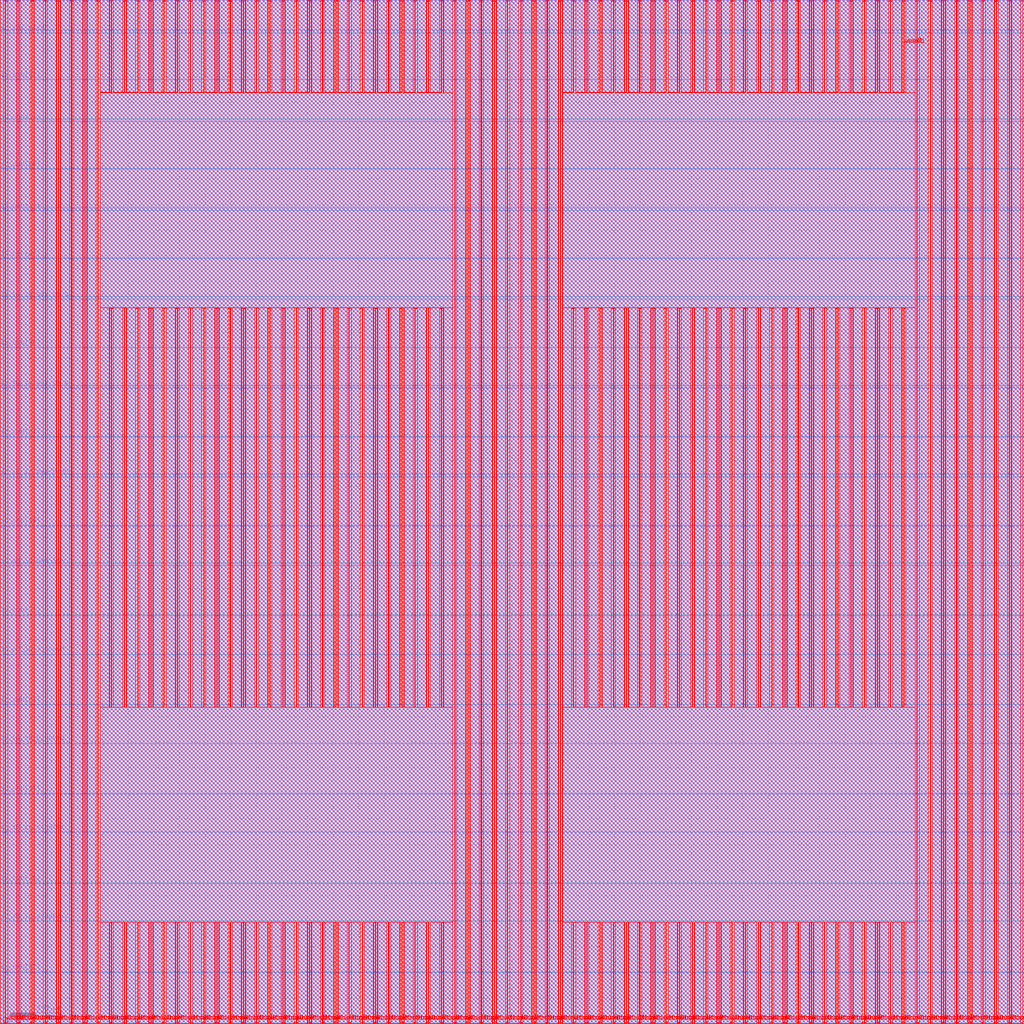
<source format=lef>
###############################################################
#  Generated by:      Cadence Innovus 21.10-p004_1
#  OS:                Linux x86_64(Host ID UETLHR)
#  Generated on:      Tue Nov 29 11:57:01 2022
#  Design:            SoC_Tile
#  Command:           write_lef_abstract SoC_Tile.lef -top_layer met4 -stripe_pins -pg_pin_layers met4
###############################################################

VERSION 5.8 ;

BUSBITCHARS "[]" ;
DIVIDERCHAR "/" ;

MACRO SoC_Tile
  CLASS BLOCK ;
  SIZE 2000.080000 BY 2000.080000 ;
  FOREIGN SoC_Tile 0.000000 0.000000 ;
  ORIGIN 0 0 ;
  SYMMETRY X Y R90 ;
  PIN user_clock
    DIRECTION INPUT ;
    USE SIGNAL ;
    ANTENNAPARTIALMETALAREA 0.1666 LAYER met2  ;
    ANTENNAPARTIALMETALSIDEAREA 0.672 LAYER met2  ;
    ANTENNAPARTIALCUTAREA 0.04 LAYER via2  ;
    ANTENNAPARTIALMETALAREA 297.583 LAYER met3  ;
    ANTENNAPARTIALMETALSIDEAREA 1587.58 LAYER met3  ;
    ANTENNAPARTIALCUTAREA 0.04 LAYER via3  ;
    ANTENNAPARTIALMETALAREA 0.3258 LAYER met4  ;
    ANTENNAPARTIALMETALSIDEAREA 2.208 LAYER met4  ;
    ANTENNAMODEL OXIDE1 ;
    ANTENNAGATEAREA 0.495 LAYER met4  ;
    ANTENNAMAXAREACAR 67.4298 LAYER met4  ;
    ANTENNAMAXSIDEAREACAR 334.825 LAYER met4  ;
    ANTENNAMAXCUTCAR 0.265455 LAYER via4  ;
    PORT
      LAYER met2 ;
        RECT 1999.780000 0.000000 1999.920000 0.485000 ;
    END
  END user_clock
  PIN wb_clock
    DIRECTION INPUT ;
    USE SIGNAL ;
    ANTENNAPARTIALMETALAREA 0.1666 LAYER met2  ;
    ANTENNAPARTIALMETALSIDEAREA 0.672 LAYER met2  ;
    ANTENNAPARTIALCUTAREA 0.04 LAYER via2  ;
    ANTENNAPARTIALMETALAREA 294.064 LAYER met3  ;
    ANTENNAPARTIALMETALSIDEAREA 1568.81 LAYER met3  ;
    ANTENNAPARTIALCUTAREA 0.04 LAYER via3  ;
    ANTENNAPARTIALMETALAREA 0.3258 LAYER met4  ;
    ANTENNAPARTIALMETALSIDEAREA 2.208 LAYER met4  ;
    ANTENNAMODEL OXIDE1 ;
    ANTENNAGATEAREA 0.495 LAYER met4  ;
    ANTENNAMAXAREACAR 75.9643 LAYER met4  ;
    ANTENNAMAXSIDEAREACAR 381.28 LAYER met4  ;
    ANTENNAMAXCUTCAR 0.265455 LAYER via4  ;
    PORT
      LAYER met2 ;
        RECT 0.160000 0.000000 0.300000 0.485000 ;
    END
  END wb_clock
  PIN clock_sel
    DIRECTION INPUT ;
    USE SIGNAL ;
    ANTENNAPARTIALMETALAREA 21.1906 LAYER met3  ;
    ANTENNAPARTIALMETALSIDEAREA 113.008 LAYER met3  ;
    ANTENNAPARTIALCUTAREA 0.04 LAYER via3  ;
    ANTENNADIFFAREA 0.4347 LAYER met4  ;
    ANTENNAPARTIALMETALAREA 143.319 LAYER met4  ;
    ANTENNAPARTIALMETALSIDEAREA 766.72 LAYER met4  ;
    ANTENNAMODEL OXIDE1 ;
    ANTENNAGATEAREA 0.99 LAYER met4  ;
    ANTENNAMAXAREACAR 233.444 LAYER met4  ;
    ANTENNAMAXSIDEAREACAR 1220.03 LAYER met4  ;
    ANTENNAMAXCUTCAR 0.472525 LAYER via4  ;
    PORT
      LAYER met3 ;
        RECT 1999.280000 900.110000 2000.080000 900.410000 ;
    END
  END clock_sel
  PIN clk_muxed
    DIRECTION OUTPUT ;
    USE SIGNAL ;
    ANTENNADIFFAREA 4.5209 LAYER met3  ;
    ANTENNAPARTIALMETALAREA 2.5104 LAYER met3  ;
    ANTENNAPARTIALMETALSIDEAREA 13.384 LAYER met3  ;
    PORT
      LAYER met3 ;
        RECT 1999.280000 1073.350000 2000.080000 1073.650000 ;
    END
  END clk_muxed
  PIN reset
    DIRECTION INPUT ;
    USE SIGNAL ;
    ANTENNAPARTIALMETALAREA 3.2662 LAYER met2  ;
    ANTENNAPARTIALMETALSIDEAREA 15.967 LAYER met2  ;
    ANTENNAMODEL OXIDE1 ;
    ANTENNAGATEAREA 1.485 LAYER met2  ;
    ANTENNAMAXAREACAR 11.487 LAYER met2  ;
    ANTENNAMAXSIDEAREACAR 55.9542 LAYER met2  ;
    ANTENNAMAXCUTCAR 0.0995286 LAYER via2  ;
    PORT
      LAYER met2 ;
        RECT 1521.380000 1999.595000 1521.520000 2000.080000 ;
    END
  END reset
  PIN io_uart_tx
    DIRECTION OUTPUT ;
    USE SIGNAL ;
    ANTENNADIFFAREA 1.782 LAYER met3  ;
    ANTENNAPARTIALMETALAREA 6.7704 LAYER met3  ;
    ANTENNAPARTIALMETALSIDEAREA 36.584 LAYER met3  ;
    PORT
      LAYER met3 ;
        RECT 0.000000 1762.040000 0.800000 1762.340000 ;
    END
  END io_uart_tx
  PIN io_uart_rx
    DIRECTION INPUT ;
    USE SIGNAL ;
    ANTENNAPARTIALMETALAREA 20.7766 LAYER met3  ;
    ANTENNAPARTIALMETALSIDEAREA 110.8 LAYER met3  ;
    ANTENNAPARTIALCUTAREA 0.04 LAYER via3  ;
    ANTENNAPARTIALMETALAREA 0.6516 LAYER met4  ;
    ANTENNAPARTIALMETALSIDEAREA 4.416 LAYER met4  ;
    ANTENNAMODEL OXIDE1 ;
    ANTENNAGATEAREA 0.159 LAYER met4  ;
    ANTENNAMAXAREACAR 21.623 LAYER met4  ;
    ANTENNAMAXSIDEAREACAR 114.535 LAYER met4  ;
    ANTENNAMAXCUTCAR 0.826415 LAYER via4  ;
    PORT
      LAYER met3 ;
        RECT 0.000000 1588.190000 0.800000 1588.490000 ;
    END
  END io_uart_rx
  PIN io_spi_cs
    DIRECTION OUTPUT ;
    USE SIGNAL ;
    ANTENNADIFFAREA 1.782 LAYER met2  ;
    ANTENNAPARTIALMETALAREA 88.1127 LAYER met2  ;
    ANTENNAPARTIALMETALSIDEAREA 440.219 LAYER met2  ;
    PORT
      LAYER met2 ;
        RECT 341.940000 1999.595000 342.080000 2000.080000 ;
    END
  END io_spi_cs
  PIN io_spi_clk
    DIRECTION OUTPUT ;
    USE SIGNAL ;
    ANTENNAPARTIALMETALAREA 24.262 LAYER met2  ;
    ANTENNAPARTIALMETALSIDEAREA 121.149 LAYER met2  ;
    ANTENNAPARTIALCUTAREA 0.04 LAYER via2  ;
    ANTENNAPARTIALMETALAREA 10.474 LAYER met3  ;
    ANTENNAPARTIALMETALSIDEAREA 56.328 LAYER met3  ;
    ANTENNAPARTIALCUTAREA 0.04 LAYER via3  ;
    ANTENNADIFFAREA 1.782 LAYER met4  ;
    ANTENNAPARTIALMETALAREA 87.5058 LAYER met4  ;
    ANTENNAPARTIALMETALSIDEAREA 467.168 LAYER met4  ;
    PORT
      LAYER met2 ;
        RECT 212.680000 1999.595000 212.820000 2000.080000 ;
    END
  END io_spi_clk
  PIN io_spi_mosi
    DIRECTION OUTPUT ;
    USE SIGNAL ;
    ANTENNADIFFAREA 1.782 LAYER met2  ;
    ANTENNAPARTIALMETALAREA 89.1804 LAYER met2  ;
    ANTENNAPARTIALMETALSIDEAREA 445.774 LAYER met2  ;
    PORT
      LAYER met2 ;
        RECT 82.500000 1999.595000 82.640000 2000.080000 ;
    END
  END io_spi_mosi
  PIN io_spi_miso
    DIRECTION INPUT ;
    USE SIGNAL ;
    ANTENNAPARTIALMETALAREA 4.4244 LAYER met3  ;
    ANTENNAPARTIALMETALSIDEAREA 24.072 LAYER met3  ;
    ANTENNAMODEL OXIDE1 ;
    ANTENNAGATEAREA 0.126 LAYER met3  ;
    ANTENNAMAXAREACAR 81.1849 LAYER met3  ;
    ANTENNAMAXSIDEAREACAR 409.71 LAYER met3  ;
    ANTENNAMAXCUTCAR 0.725397 LAYER via3  ;
    PORT
      LAYER met3 ;
        RECT 0.000000 1935.280000 0.800000 1935.580000 ;
    END
  END io_spi_miso
  PIN io_m1_io_qei_ch_a
    DIRECTION INPUT ;
    USE SIGNAL ;
    ANTENNAPARTIALMETALAREA 17.6716 LAYER met3  ;
    ANTENNAPARTIALMETALSIDEAREA 94.24 LAYER met3  ;
    ANTENNAPARTIALCUTAREA 0.04 LAYER via3  ;
    ANTENNAPARTIALMETALAREA 0.6516 LAYER met4  ;
    ANTENNAPARTIALMETALSIDEAREA 4.416 LAYER met4  ;
    ANTENNAMODEL OXIDE1 ;
    ANTENNAGATEAREA 0.126 LAYER met4  ;
    ANTENNAMAXAREACAR 84.4008 LAYER met4  ;
    ANTENNAMAXSIDEAREACAR 425.381 LAYER met4  ;
    ANTENNAMAXCUTCAR 1.04286 LAYER via4  ;
    PORT
      LAYER met3 ;
        RECT 1999.280000 1246.590000 2000.080000 1246.890000 ;
    END
  END io_m1_io_qei_ch_a
  PIN io_m1_io_qei_ch_b
    DIRECTION INPUT ;
    USE SIGNAL ;
    ANTENNAPARTIALMETALAREA 25.5376 LAYER met3  ;
    ANTENNAPARTIALMETALSIDEAREA 136.192 LAYER met3  ;
    ANTENNAPARTIALCUTAREA 0.04 LAYER via3  ;
    ANTENNAPARTIALMETALAREA 0.6516 LAYER met4  ;
    ANTENNAPARTIALMETALSIDEAREA 4.416 LAYER met4  ;
    ANTENNAMODEL OXIDE1 ;
    ANTENNAGATEAREA 0.213 LAYER met4  ;
    ANTENNAMAXAREACAR 30.6624 LAYER met4  ;
    ANTENNAMAXSIDEAREACAR 158.756 LAYER met4  ;
    ANTENNAMAXCUTCAR 0.616901 LAYER via4  ;
    PORT
      LAYER met3 ;
        RECT 1999.280000 1420.440000 2000.080000 1420.740000 ;
    END
  END io_m1_io_qei_ch_b
  PIN io_m1_io_pwm_high
    DIRECTION OUTPUT ;
    USE SIGNAL ;
    ANTENNADIFFAREA 1.782 LAYER met3  ;
    ANTENNAPARTIALMETALAREA 2.5104 LAYER met3  ;
    ANTENNAPARTIALMETALSIDEAREA 13.384 LAYER met3  ;
    PORT
      LAYER met3 ;
        RECT 1999.280000 1593.680000 2000.080000 1593.980000 ;
    END
  END io_m1_io_pwm_high
  PIN io_m1_io_pwm_low
    DIRECTION OUTPUT ;
    USE SIGNAL ;
    ANTENNADIFFAREA 1.782 LAYER met3  ;
    ANTENNAPARTIALMETALAREA 3.0624 LAYER met3  ;
    ANTENNAPARTIALMETALSIDEAREA 16.328 LAYER met3  ;
    PORT
      LAYER met3 ;
        RECT 1999.280000 1766.920000 2000.080000 1767.220000 ;
    END
  END io_m1_io_pwm_low
  PIN io_m1_io_x_homed
    DIRECTION INPUT ;
    USE SIGNAL ;
    ANTENNAPARTIALMETALAREA 2.5753 LAYER met3  ;
    ANTENNAPARTIALMETALSIDEAREA 14.2 LAYER met3  ;
    ANTENNAPARTIALCUTAREA 0.04 LAYER via3  ;
    ANTENNAPARTIALMETALAREA 4.9728 LAYER met4  ;
    ANTENNAPARTIALMETALSIDEAREA 26.992 LAYER met4  ;
    ANTENNAMODEL OXIDE1 ;
    ANTENNAGATEAREA 0.126 LAYER met4  ;
    ANTENNAMAXAREACAR 56.2746 LAYER met4  ;
    ANTENNAMAXSIDEAREACAR 287.333 LAYER met4  ;
    ANTENNAMAXCUTCAR 1.04286 LAYER via4  ;
    PORT
      LAYER met3 ;
        RECT 1999.280000 1940.770000 2000.080000 1941.070000 ;
    END
  END io_m1_io_x_homed
  PIN io_m1_io_y_homed
    DIRECTION INPUT ;
    USE SIGNAL ;
    ANTENNAPARTIALMETALAREA 7.534 LAYER met2  ;
    ANTENNAPARTIALMETALSIDEAREA 37.66 LAYER met2  ;
    ANTENNAMODEL OXIDE1 ;
    ANTENNAGATEAREA 0.2475 LAYER met2  ;
    ANTENNAMAXAREACAR 31.1451 LAYER met2  ;
    ANTENNAMAXSIDEAREACAR 154.303 LAYER met2  ;
    ANTENNAMAXCUTCAR 0.207677 LAYER via2  ;
    PORT
      LAYER met2 ;
        RECT 1913.760000 1999.595000 1913.900000 2000.080000 ;
    END
  END io_m1_io_y_homed
  PIN io_m1_io_step1dir
    DIRECTION OUTPUT ;
    USE SIGNAL ;
    ANTENNADIFFAREA 1.782 LAYER met2  ;
    ANTENNAPARTIALMETALAREA 114.614 LAYER met2  ;
    ANTENNAPARTIALMETALSIDEAREA 572.841 LAYER met2  ;
    PORT
      LAYER met2 ;
        RECT 1782.660000 1999.595000 1782.800000 2000.080000 ;
    END
  END io_m1_io_step1dir
  PIN io_m1_io_step2dir
    DIRECTION OUTPUT ;
    USE SIGNAL ;
    ANTENNADIFFAREA 1.782 LAYER met2  ;
    ANTENNAPARTIALMETALAREA 115.252 LAYER met2  ;
    ANTENNAPARTIALMETALSIDEAREA 576.033 LAYER met2  ;
    PORT
      LAYER met2 ;
        RECT 1652.020000 1999.595000 1652.160000 2000.080000 ;
    END
  END io_m1_io_step2dir
  PIN io_m2_io_qei_ch_a
    DIRECTION INPUT ;
    USE SIGNAL ;
    ANTENNAPARTIALMETALAREA 0.632 LAYER met2  ;
    ANTENNAPARTIALMETALSIDEAREA 3.15 LAYER met2  ;
    ANTENNAMODEL OXIDE1 ;
    ANTENNAGATEAREA 0.213 LAYER met2  ;
    ANTENNAMAXAREACAR 52.3915 LAYER met2  ;
    ANTENNAMAXSIDEAREACAR 259.852 LAYER met2  ;
    ANTENNAMAXCUTCAR 0.241315 LAYER via2  ;
    PORT
      LAYER met2 ;
        RECT 1390.280000 1999.595000 1390.420000 2000.080000 ;
    END
  END io_m2_io_qei_ch_a
  PIN io_m2_io_qei_ch_b
    DIRECTION INPUT ;
    USE SIGNAL ;
    ANTENNAPARTIALMETALAREA 1.42 LAYER met2  ;
    ANTENNAPARTIALMETALSIDEAREA 6.972 LAYER met2  ;
    ANTENNAMODEL OXIDE1 ;
    ANTENNAGATEAREA 0.213 LAYER met2  ;
    ANTENNAMAXAREACAR 10.2861 LAYER met2  ;
    ANTENNAMAXSIDEAREACAR 48.8192 LAYER met2  ;
    ANTENNAMAXCUTCAR 0.241315 LAYER via2  ;
    PORT
      LAYER met2 ;
        RECT 1259.640000 1999.595000 1259.780000 2000.080000 ;
    END
  END io_m2_io_qei_ch_b
  PIN io_m2_io_pwm_high
    DIRECTION OUTPUT ;
    USE SIGNAL ;
    ANTENNAPARTIALMETALAREA 90.8472 LAYER met2  ;
    ANTENNAPARTIALMETALSIDEAREA 453.957 LAYER met2  ;
    ANTENNAPARTIALCUTAREA 0.04 LAYER via2  ;
    ANTENNAPARTIALMETALAREA 184.285 LAYER met3  ;
    ANTENNAPARTIALMETALSIDEAREA 983.32 LAYER met3  ;
    ANTENNAPARTIALCUTAREA 0.04 LAYER via3  ;
    ANTENNADIFFAREA 1.782 LAYER met4  ;
    ANTENNAPARTIALMETALAREA 35.6688 LAYER met4  ;
    ANTENNAPARTIALMETALSIDEAREA 190.704 LAYER met4  ;
    PORT
      LAYER met2 ;
        RECT 1129.000000 1999.595000 1129.140000 2000.080000 ;
    END
  END io_m2_io_pwm_high
  PIN io_m2_io_pwm_low
    DIRECTION OUTPUT ;
    USE SIGNAL ;
    ANTENNAPARTIALMETALAREA 56.5432 LAYER met2  ;
    ANTENNAPARTIALMETALSIDEAREA 282.555 LAYER met2  ;
    ANTENNAPARTIALCUTAREA 0.04 LAYER via2  ;
    ANTENNAPARTIALMETALAREA 2.401 LAYER met3  ;
    ANTENNAPARTIALMETALSIDEAREA 13.272 LAYER met3  ;
    ANTENNAPARTIALCUTAREA 0.04 LAYER via3  ;
    ANTENNADIFFAREA 1.782 LAYER met4  ;
    ANTENNAPARTIALMETALAREA 91.1586 LAYER met4  ;
    ANTENNAPARTIALMETALSIDEAREA 487.12 LAYER met4  ;
    PORT
      LAYER met2 ;
        RECT 997.900000 1999.595000 998.040000 2000.080000 ;
    END
  END io_m2_io_pwm_low
  PIN io_m2_io_x_homed
    DIRECTION INPUT ;
    USE SIGNAL ;
    ANTENNAPARTIALMETALAREA 0.744 LAYER met2  ;
    ANTENNAPARTIALMETALSIDEAREA 3.71 LAYER met2  ;
    ANTENNAMODEL OXIDE1 ;
    ANTENNAGATEAREA 0.213 LAYER met2  ;
    ANTENNAMAXAREACAR 6.5669 LAYER met2  ;
    ANTENNAMAXSIDEAREACAR 30.777 LAYER met2  ;
    ANTENNAMAXCUTCAR 0.241315 LAYER via2  ;
    PORT
      LAYER met2 ;
        RECT 867.260000 1999.595000 867.400000 2000.080000 ;
    END
  END io_m2_io_x_homed
  PIN io_m2_io_y_homed
    DIRECTION INPUT ;
    USE SIGNAL ;
    ANTENNAPARTIALMETALAREA 0.9204 LAYER met2  ;
    ANTENNAPARTIALMETALSIDEAREA 4.592 LAYER met2  ;
    ANTENNAMODEL OXIDE1 ;
    ANTENNAGATEAREA 0.213 LAYER met2  ;
    ANTENNAMAXAREACAR 8.52559 LAYER met2  ;
    ANTENNAMAXSIDEAREACAR 40.5704 LAYER met2  ;
    ANTENNAMAXCUTCAR 0.241315 LAYER via2  ;
    PORT
      LAYER met2 ;
        RECT 736.160000 1999.595000 736.300000 2000.080000 ;
    END
  END io_m2_io_y_homed
  PIN io_m2_io_step1dir
    DIRECTION OUTPUT ;
    USE SIGNAL ;
    ANTENNAPARTIALMETALAREA 69.8402 LAYER met2  ;
    ANTENNAPARTIALMETALSIDEAREA 348.922 LAYER met2  ;
    ANTENNAPARTIALCUTAREA 0.04 LAYER via2  ;
    ANTENNAPARTIALMETALAREA 7.783 LAYER met3  ;
    ANTENNAPARTIALMETALSIDEAREA 41.976 LAYER met3  ;
    ANTENNAPARTIALCUTAREA 0.04 LAYER via3  ;
    ANTENNADIFFAREA 1.782 LAYER met4  ;
    ANTENNAPARTIALMETALAREA 39.1698 LAYER met4  ;
    ANTENNAPARTIALMETALSIDEAREA 209.376 LAYER met4  ;
    PORT
      LAYER met2 ;
        RECT 605.520000 1999.595000 605.660000 2000.080000 ;
    END
  END io_m2_io_step1dir
  PIN io_m2_io_step2dir
    DIRECTION OUTPUT ;
    USE SIGNAL ;
    ANTENNAPARTIALMETALAREA 75.0706 LAYER met2  ;
    ANTENNAPARTIALMETALSIDEAREA 375.074 LAYER met2  ;
    ANTENNAPARTIALCUTAREA 0.04 LAYER via2  ;
    ANTENNAPARTIALMETALAREA 5.299 LAYER met3  ;
    ANTENNAPARTIALMETALSIDEAREA 28.728 LAYER met3  ;
    ANTENNAPARTIALCUTAREA 0.04 LAYER via3  ;
    ANTENNADIFFAREA 1.782 LAYER met4  ;
    ANTENNAPARTIALMETALAREA 24.6888 LAYER met4  ;
    ANTENNAPARTIALMETALSIDEAREA 132.144 LAYER met4  ;
    PORT
      LAYER met2 ;
        RECT 474.880000 1999.595000 475.020000 2000.080000 ;
    END
  END io_m2_io_step2dir
  PIN io_m3_io_qei_ch_a
    DIRECTION INPUT ;
    USE SIGNAL ;
    ANTENNAPARTIALMETALAREA 4.7904 LAYER met3  ;
    ANTENNAPARTIALMETALSIDEAREA 26.024 LAYER met3  ;
    ANTENNAMODEL OXIDE1 ;
    ANTENNAGATEAREA 0.126 LAYER met3  ;
    ANTENNAMAXAREACAR 48.5897 LAYER met3  ;
    ANTENNAMAXSIDEAREACAR 247.702 LAYER met3  ;
    ANTENNAMAXCUTCAR 0.725397 LAYER via3  ;
    PORT
      LAYER met3 ;
        RECT 0.000000 1414.950000 0.800000 1415.250000 ;
    END
  END io_m3_io_qei_ch_a
  PIN io_m3_io_qei_ch_b
    DIRECTION INPUT ;
    USE SIGNAL ;
    ANTENNAPARTIALMETALAREA 0.2844 LAYER met3  ;
    ANTENNAPARTIALMETALSIDEAREA 1.992 LAYER met3  ;
    ANTENNAMODEL OXIDE1 ;
    ANTENNAGATEAREA 0.213 LAYER met3  ;
    ANTENNAMAXAREACAR 5.82441 LAYER met3  ;
    ANTENNAMAXSIDEAREACAR 26.8122 LAYER met3  ;
    ANTENNAMAXCUTCAR 0.429108 LAYER via3  ;
    PORT
      LAYER met3 ;
        RECT 0.000000 1241.710000 0.800000 1242.010000 ;
    END
  END io_m3_io_qei_ch_b
  PIN io_m3_io_pwm_high
    DIRECTION OUTPUT ;
    USE SIGNAL ;
    ANTENNADIFFAREA 1.782 LAYER met3  ;
    ANTENNAPARTIALMETALAREA 78.1572 LAYER met3  ;
    ANTENNAPARTIALMETALSIDEAREA 417.304 LAYER met3  ;
    PORT
      LAYER met3 ;
        RECT 0.000000 1067.860000 0.800000 1068.160000 ;
    END
  END io_m3_io_pwm_high
  PIN io_m3_io_pwm_low
    DIRECTION OUTPUT ;
    USE SIGNAL ;
    ANTENNAPARTIALMETALAREA 191.898 LAYER met3  ;
    ANTENNAPARTIALMETALSIDEAREA 1023.92 LAYER met3  ;
    ANTENNAPARTIALCUTAREA 0.04 LAYER via3  ;
    ANTENNADIFFAREA 1.782 LAYER met4  ;
    ANTENNAPARTIALMETALAREA 69.3018 LAYER met4  ;
    ANTENNAPARTIALMETALSIDEAREA 370.08 LAYER met4  ;
    PORT
      LAYER met3 ;
        RECT 0.000000 894.620000 0.800000 894.920000 ;
    END
  END io_m3_io_pwm_low
  PIN io_m3_io_x_homed
    DIRECTION INPUT ;
    USE SIGNAL ;
    ANTENNAPARTIALMETALAREA 1.5264 LAYER met3  ;
    ANTENNAPARTIALMETALSIDEAREA 8.616 LAYER met3  ;
    ANTENNAMODEL OXIDE1 ;
    ANTENNAGATEAREA 0.126 LAYER met3  ;
    ANTENNAMAXAREACAR 18.696 LAYER met3  ;
    ANTENNAMAXSIDEAREACAR 86.504 LAYER met3  ;
    ANTENNAMAXCUTCAR 0.725397 LAYER via3  ;
    PORT
      LAYER met3 ;
        RECT 0.000000 721.380000 0.800000 721.680000 ;
    END
  END io_m3_io_x_homed
  PIN io_m3_io_y_homed
    DIRECTION INPUT ;
    USE SIGNAL ;
    ANTENNAPARTIALMETALAREA 0.2844 LAYER met3  ;
    ANTENNAPARTIALMETALSIDEAREA 1.992 LAYER met3  ;
    ANTENNAMODEL OXIDE1 ;
    ANTENNAGATEAREA 0.126 LAYER met3  ;
    ANTENNAMAXAREACAR 46.3389 LAYER met3  ;
    ANTENNAMAXSIDEAREACAR 224.528 LAYER met3  ;
    ANTENNAMAXCUTCAR 0.725397 LAYER via3  ;
    PORT
      LAYER met3 ;
        RECT 0.000000 547.530000 0.800000 547.830000 ;
    END
  END io_m3_io_y_homed
  PIN io_m3_io_step1dir
    DIRECTION OUTPUT ;
    USE SIGNAL ;
    ANTENNAPARTIALMETALAREA 19.9534 LAYER met3  ;
    ANTENNAPARTIALMETALSIDEAREA 106.88 LAYER met3  ;
    ANTENNAPARTIALCUTAREA 0.04 LAYER via3  ;
    ANTENNADIFFAREA 1.782 LAYER met4  ;
    ANTENNAPARTIALMETALAREA 56.3328 LAYER met4  ;
    ANTENNAPARTIALMETALSIDEAREA 300.912 LAYER met4  ;
    PORT
      LAYER met3 ;
        RECT 0.000000 374.290000 0.800000 374.590000 ;
    END
  END io_m3_io_step1dir
  PIN io_m3_io_step2dir
    DIRECTION OUTPUT ;
    USE SIGNAL ;
    ANTENNAPARTIALMETALAREA 46.7944 LAYER met3  ;
    ANTENNAPARTIALMETALSIDEAREA 250.032 LAYER met3  ;
    ANTENNAPARTIALCUTAREA 0.04 LAYER via3  ;
    ANTENNADIFFAREA 1.782 LAYER met4  ;
    ANTENNAPARTIALMETALAREA 18.6498 LAYER met4  ;
    ANTENNAPARTIALMETALSIDEAREA 99.936 LAYER met4  ;
    PORT
      LAYER met3 ;
        RECT 0.000000 200.440000 0.800000 200.740000 ;
    END
  END io_m3_io_step2dir
  PIN io_oeb[37]
    DIRECTION OUTPUT ;
    USE SIGNAL ;
    ANTENNADIFFAREA 1.782 LAYER met3  ;
    ANTENNAPARTIALMETALAREA 14.4282 LAYER met3  ;
    ANTENNAPARTIALMETALSIDEAREA 78.376 LAYER met3  ;
    PORT
      LAYER met3 ;
        RECT 0.000000 100.400000 0.800000 100.700000 ;
    END
  END io_oeb[37]
  PIN io_oeb[36]
    DIRECTION OUTPUT ;
    USE SIGNAL ;
    ANTENNADIFFAREA 1.782 LAYER met3  ;
    ANTENNAPARTIALMETALAREA 14.4282 LAYER met3  ;
    ANTENNAPARTIALMETALSIDEAREA 78.376 LAYER met3  ;
    PORT
      LAYER met3 ;
        RECT 0.000000 274.250000 0.800000 274.550000 ;
    END
  END io_oeb[36]
  PIN io_oeb[35]
    DIRECTION OUTPUT ;
    USE SIGNAL ;
    ANTENNAPARTIALMETALAREA 1.5444 LAYER met3  ;
    ANTENNAPARTIALMETALSIDEAREA 8.232 LAYER met3  ;
    PORT
      LAYER met3 ;
        RECT 0.000000 448.710000 0.800000 449.010000 ;
    END
  END io_oeb[35]
  PIN io_oeb[34]
    DIRECTION OUTPUT ;
    USE SIGNAL ;
    ANTENNAPARTIALMETALAREA 1.5444 LAYER met3  ;
    ANTENNAPARTIALMETALSIDEAREA 8.232 LAYER met3  ;
    PORT
      LAYER met3 ;
        RECT 0.000000 623.170000 0.800000 623.470000 ;
    END
  END io_oeb[34]
  PIN io_oeb[33]
    DIRECTION OUTPUT ;
    USE SIGNAL ;
    ANTENNADIFFAREA 1.782 LAYER met3  ;
    ANTENNAPARTIALMETALAREA 14.4282 LAYER met3  ;
    ANTENNAPARTIALMETALSIDEAREA 78.376 LAYER met3  ;
    PORT
      LAYER met3 ;
        RECT 0.000000 797.630000 0.800000 797.930000 ;
    END
  END io_oeb[33]
  PIN io_oeb[32]
    DIRECTION OUTPUT ;
    USE SIGNAL ;
    ANTENNADIFFAREA 1.782 LAYER met3  ;
    ANTENNAPARTIALMETALAREA 0.5604 LAYER met3  ;
    ANTENNAPARTIALMETALSIDEAREA 3.464 LAYER met3  ;
    ANTENNAMODEL OXIDE1 ;
    ANTENNAGATEAREA 0.7425 LAYER met3  ;
    ANTENNAMAXAREACAR 87.5261 LAYER met3  ;
    ANTENNAMAXSIDEAREACAR 436.809 LAYER met3  ;
    ANTENNAMAXCUTCAR 0.123098 LAYER via3  ;
    PORT
      LAYER met3 ;
        RECT 0.000000 972.090000 0.800000 972.390000 ;
    END
  END io_oeb[32]
  PIN io_oeb[31]
    DIRECTION OUTPUT ;
    USE SIGNAL ;
    ANTENNAPARTIALMETALAREA 1.5444 LAYER met3  ;
    ANTENNAPARTIALMETALSIDEAREA 8.232 LAYER met3  ;
    PORT
      LAYER met3 ;
        RECT 0.000000 1145.940000 0.800000 1146.240000 ;
    END
  END io_oeb[31]
  PIN io_oeb[30]
    DIRECTION OUTPUT ;
    USE SIGNAL ;
    ANTENNAPARTIALMETALAREA 1.5444 LAYER met3  ;
    ANTENNAPARTIALMETALSIDEAREA 8.232 LAYER met3  ;
    PORT
      LAYER met3 ;
        RECT 0.000000 1320.400000 0.800000 1320.700000 ;
    END
  END io_oeb[30]
  PIN io_oeb[29]
    DIRECTION OUTPUT ;
    USE SIGNAL ;
    ANTENNADIFFAREA 1.782 LAYER met3  ;
    ANTENNAPARTIALMETALAREA 6.2184 LAYER met3  ;
    ANTENNAPARTIALMETALSIDEAREA 33.64 LAYER met3  ;
    ANTENNAMODEL OXIDE1 ;
    ANTENNAGATEAREA 0.7425 LAYER met3  ;
    ANTENNAMAXAREACAR 108.761 LAYER met3  ;
    ANTENNAMAXSIDEAREACAR 545.626 LAYER met3  ;
    ANTENNAMAXCUTCAR 0.123098 LAYER via3  ;
    PORT
      LAYER met3 ;
        RECT 0.000000 1494.860000 0.800000 1495.160000 ;
    END
  END io_oeb[29]
  PIN io_oeb[28]
    DIRECTION OUTPUT ;
    USE SIGNAL ;
    ANTENNAPARTIALMETALAREA 1.5444 LAYER met3  ;
    ANTENNAPARTIALMETALSIDEAREA 8.232 LAYER met3  ;
    PORT
      LAYER met3 ;
        RECT 0.000000 1669.320000 0.800000 1669.620000 ;
    END
  END io_oeb[28]
  PIN io_oeb[27]
    DIRECTION OUTPUT ;
    USE SIGNAL ;
    ANTENNAPARTIALMETALAREA 1.6824 LAYER met3  ;
    ANTENNAPARTIALMETALSIDEAREA 8.968 LAYER met3  ;
    PORT
      LAYER met3 ;
        RECT 0.000000 1843.780000 0.800000 1844.080000 ;
    END
  END io_oeb[27]
  PIN io_oeb[26]
    DIRECTION OUTPUT ;
    USE SIGNAL ;
    ANTENNADIFFAREA 1.782 LAYER met2  ;
    ANTENNAPARTIALMETALAREA 1.9692 LAYER met2  ;
    ANTENNAPARTIALMETALSIDEAREA 9.59 LAYER met2  ;
    PORT
      LAYER met2 ;
        RECT 13.500000 1999.595000 13.640000 2000.080000 ;
    END
  END io_oeb[26]
  PIN io_oeb[25]
    DIRECTION OUTPUT ;
    USE SIGNAL ;
    ANTENNADIFFAREA 1.782 LAYER met2  ;
    ANTENNAPARTIALMETALAREA 1.9692 LAYER met2  ;
    ANTENNAPARTIALMETALSIDEAREA 9.59 LAYER met2  ;
    PORT
      LAYER met2 ;
        RECT 145.060000 1999.595000 145.200000 2000.080000 ;
    END
  END io_oeb[25]
  PIN io_oeb[24]
    DIRECTION OUTPUT ;
    USE SIGNAL ;
    ANTENNADIFFAREA 1.782 LAYER met2  ;
    ANTENNAPARTIALMETALAREA 1.9692 LAYER met2  ;
    ANTENNAPARTIALMETALSIDEAREA 9.59 LAYER met2  ;
    PORT
      LAYER met2 ;
        RECT 276.620000 1999.595000 276.760000 2000.080000 ;
    END
  END io_oeb[24]
  PIN io_oeb[23]
    DIRECTION OUTPUT ;
    USE SIGNAL ;
    ANTENNADIFFAREA 2.673 LAYER met2  ;
    ANTENNAPARTIALMETALAREA 1.4758 LAYER met2  ;
    ANTENNAPARTIALMETALSIDEAREA 7.133 LAYER met2  ;
    ANTENNAMODEL OXIDE1 ;
    ANTENNAGATEAREA 0.7425 LAYER met2  ;
    ANTENNAMAXAREACAR 3.18909 LAYER met2  ;
    ANTENNAMAXSIDEAREACAR 14.3785 LAYER met2  ;
    ANTENNAMAXCUTCAR 0.0692256 LAYER via2  ;
    PORT
      LAYER met2 ;
        RECT 408.180000 1999.595000 408.320000 2000.080000 ;
    END
  END io_oeb[23]
  PIN io_oeb[22]
    DIRECTION OUTPUT ;
    USE SIGNAL ;
    ANTENNADIFFAREA 2.673 LAYER met2  ;
    ANTENNAPARTIALMETALAREA 1.4758 LAYER met2  ;
    ANTENNAPARTIALMETALSIDEAREA 7.133 LAYER met2  ;
    ANTENNAMODEL OXIDE1 ;
    ANTENNAGATEAREA 0.7425 LAYER met2  ;
    ANTENNAMAXAREACAR 1.98761 LAYER met2  ;
    ANTENNAMAXSIDEAREACAR 9.60673 LAYER met2  ;
    PORT
      LAYER met2 ;
        RECT 539.740000 1999.595000 539.880000 2000.080000 ;
    END
  END io_oeb[22]
  PIN io_oeb[21]
    DIRECTION OUTPUT ;
    USE SIGNAL ;
    ANTENNAPARTIALMETALAREA 0.1399 LAYER met2  ;
    ANTENNAPARTIALMETALSIDEAREA 0.5915 LAYER met2  ;
    PORT
      LAYER met2 ;
        RECT 670.840000 1999.595000 670.980000 2000.080000 ;
    END
  END io_oeb[21]
  PIN io_oeb[20]
    DIRECTION OUTPUT ;
    USE SIGNAL ;
    ANTENNAPARTIALMETALAREA 0.1399 LAYER met2  ;
    ANTENNAPARTIALMETALSIDEAREA 0.5915 LAYER met2  ;
    PORT
      LAYER met2 ;
        RECT 802.400000 1999.595000 802.540000 2000.080000 ;
    END
  END io_oeb[20]
  PIN io_oeb[19]
    DIRECTION OUTPUT ;
    USE SIGNAL ;
    ANTENNADIFFAREA 1.782 LAYER met2  ;
    ANTENNAPARTIALMETALAREA 9.5664 LAYER met2  ;
    ANTENNAPARTIALMETALSIDEAREA 47.586 LAYER met2  ;
    ANTENNAMODEL OXIDE1 ;
    ANTENNAGATEAREA 1.7325 LAYER met2  ;
    ANTENNAMAXAREACAR 91.1034 LAYER met2  ;
    ANTENNAMAXSIDEAREACAR 453.928 LAYER met2  ;
    ANTENNAMAXCUTCAR 0.0746465 LAYER via2  ;
    PORT
      LAYER met2 ;
        RECT 933.960000 1999.595000 934.100000 2000.080000 ;
    END
  END io_oeb[19]
  PIN io_oeb[18]
    DIRECTION OUTPUT ;
    USE SIGNAL ;
    ANTENNAPARTIALMETALAREA 3.2501 LAYER met2  ;
    ANTENNAPARTIALMETALSIDEAREA 15.7885 LAYER met2  ;
    ANTENNAMODEL OXIDE1 ;
    ANTENNAGATEAREA 1.485 LAYER met2  ;
    ANTENNAMAXAREACAR 2.18862 LAYER met2  ;
    ANTENNAMAXSIDEAREACAR 10.632 LAYER met2  ;
    PORT
      LAYER met2 ;
        RECT 1064.140000 1999.595000 1064.280000 2000.080000 ;
    END
  END io_oeb[18]
  PIN io_oeb[17]
    DIRECTION OUTPUT ;
    USE SIGNAL ;
    ANTENNAPARTIALMETALAREA 0.2561 LAYER met2  ;
    ANTENNAPARTIALMETALSIDEAREA 1.1725 LAYER met2  ;
    PORT
      LAYER met2 ;
        RECT 1197.080000 1999.595000 1197.220000 2000.080000 ;
    END
  END io_oeb[17]
  PIN io_oeb[16]
    DIRECTION OUTPUT ;
    USE SIGNAL ;
    ANTENNAPARTIALMETALAREA 0.3205 LAYER met2  ;
    ANTENNAPARTIALMETALSIDEAREA 1.4945 LAYER met2  ;
    PORT
      LAYER met2 ;
        RECT 1328.640000 1999.595000 1328.780000 2000.080000 ;
    END
  END io_oeb[16]
  PIN io_oeb[15]
    DIRECTION OUTPUT ;
    USE SIGNAL ;
    ANTENNAPARTIALMETALAREA 0.1399 LAYER met2  ;
    ANTENNAPARTIALMETALSIDEAREA 0.5915 LAYER met2  ;
    PORT
      LAYER met2 ;
        RECT 1459.740000 1999.595000 1459.880000 2000.080000 ;
    END
  END io_oeb[15]
  PIN io_oeb[14]
    DIRECTION OUTPUT ;
    USE SIGNAL ;
    ANTENNADIFFAREA 1.782 LAYER met2  ;
    ANTENNAPARTIALMETALAREA 1.4888 LAYER met2  ;
    ANTENNAPARTIALMETALSIDEAREA 7.434 LAYER met2  ;
    ANTENNAMODEL OXIDE1 ;
    ANTENNAGATEAREA 0.99 LAYER met2  ;
    ANTENNAMAXAREACAR 15.9176 LAYER met2  ;
    ANTENNAMAXSIDEAREACAR 78.2394 LAYER met2  ;
    ANTENNAMAXCUTCAR 0.0519192 LAYER via2  ;
    PORT
      LAYER met2 ;
        RECT 1591.300000 1999.595000 1591.440000 2000.080000 ;
    END
  END io_oeb[14]
  PIN io_oeb[13]
    DIRECTION OUTPUT ;
    USE SIGNAL ;
    ANTENNADIFFAREA 1.782 LAYER met2  ;
    ANTENNAPARTIALMETALAREA 46.4637 LAYER met2  ;
    ANTENNAPARTIALMETALSIDEAREA 231.977 LAYER met2  ;
    ANTENNAPARTIALCUTAREA 0.08 LAYER via2  ;
    ANTENNADIFFAREA 1.782 LAYER met3  ;
    ANTENNAPARTIALMETALAREA 5.3628 LAYER met3  ;
    ANTENNAPARTIALMETALSIDEAREA 29.552 LAYER met3  ;
    PORT
      LAYER met2 ;
        RECT 1722.860000 1999.595000 1723.000000 2000.080000 ;
    END
  END io_oeb[13]
  PIN io_oeb[12]
    DIRECTION OUTPUT ;
    USE SIGNAL ;
    ANTENNAPARTIALMETALAREA 0.1399 LAYER met2  ;
    ANTENNAPARTIALMETALSIDEAREA 0.5915 LAYER met2  ;
    PORT
      LAYER met2 ;
        RECT 1854.420000 1999.595000 1854.560000 2000.080000 ;
    END
  END io_oeb[12]
  PIN io_oeb[11]
    DIRECTION OUTPUT ;
    USE SIGNAL ;
    ANTENNAPARTIALMETALAREA 0.2561 LAYER met2  ;
    ANTENNAPARTIALMETALSIDEAREA 1.1725 LAYER met2  ;
    PORT
      LAYER met2 ;
        RECT 1985.980000 1999.595000 1986.120000 2000.080000 ;
    END
  END io_oeb[11]
  PIN io_oeb[10]
    DIRECTION OUTPUT ;
    USE SIGNAL ;
    ANTENNADIFFAREA 1.782 LAYER met3  ;
    ANTENNAPARTIALMETALAREA 5.2428 LAYER met3  ;
    ANTENNAPARTIALMETALSIDEAREA 28.912 LAYER met3  ;
    PORT
      LAYER met3 ;
        RECT 1999.280000 1844.390000 2000.080000 1844.690000 ;
    END
  END io_oeb[10]
  PIN io_oeb[9]
    DIRECTION OUTPUT ;
    USE SIGNAL ;
    ANTENNADIFFAREA 1.782 LAYER met3  ;
    ANTENNAPARTIALMETALAREA 5.2428 LAYER met3  ;
    ANTENNAPARTIALMETALSIDEAREA 28.912 LAYER met3  ;
    PORT
      LAYER met3 ;
        RECT 1999.280000 1669.930000 2000.080000 1670.230000 ;
    END
  END io_oeb[9]
  PIN io_oeb[8]
    DIRECTION OUTPUT ;
    USE SIGNAL ;
    ANTENNAPARTIALMETALAREA 0.5784 LAYER met3  ;
    ANTENNAPARTIALMETALSIDEAREA 3.08 LAYER met3  ;
    PORT
      LAYER met3 ;
        RECT 1999.280000 1495.470000 2000.080000 1495.770000 ;
    END
  END io_oeb[8]
  PIN io_oeb[7]
    DIRECTION OUTPUT ;
    USE SIGNAL ;
    ANTENNAPARTIALMETALAREA 0.8544 LAYER met3  ;
    ANTENNAPARTIALMETALSIDEAREA 4.552 LAYER met3  ;
    PORT
      LAYER met3 ;
        RECT 1999.280000 1321.010000 2000.080000 1321.310000 ;
    END
  END io_oeb[7]
  PIN io_oeb[6]
    DIRECTION OUTPUT ;
    USE SIGNAL ;
    ANTENNADIFFAREA 1.782 LAYER met3  ;
    ANTENNAPARTIALMETALAREA 3.7344 LAYER met3  ;
    ANTENNAPARTIALMETALSIDEAREA 20.392 LAYER met3  ;
    PORT
      LAYER met3 ;
        RECT 1999.280000 1146.550000 2000.080000 1146.850000 ;
    END
  END io_oeb[6]
  PIN io_oeb[5]
    DIRECTION OUTPUT ;
    USE SIGNAL ;
    ANTENNAPARTIALMETALAREA 0.8544 LAYER met3  ;
    ANTENNAPARTIALMETALSIDEAREA 4.552 LAYER met3  ;
    PORT
      LAYER met3 ;
        RECT 1999.280000 972.700000 2000.080000 973.000000 ;
    END
  END io_oeb[5]
  PIN io_oeb[4]
    DIRECTION OUTPUT ;
    USE SIGNAL ;
    ANTENNAPARTIALMETALAREA 0.8544 LAYER met3  ;
    ANTENNAPARTIALMETALSIDEAREA 4.552 LAYER met3  ;
    PORT
      LAYER met3 ;
        RECT 1999.280000 798.240000 2000.080000 798.540000 ;
    END
  END io_oeb[4]
  PIN io_oeb[3]
    DIRECTION OUTPUT ;
    USE SIGNAL ;
    ANTENNAPARTIALMETALAREA 0.8544 LAYER met3  ;
    ANTENNAPARTIALMETALSIDEAREA 4.552 LAYER met3  ;
    PORT
      LAYER met3 ;
        RECT 1999.280000 623.780000 2000.080000 624.080000 ;
    END
  END io_oeb[3]
  PIN io_oeb[2]
    DIRECTION OUTPUT ;
    USE SIGNAL ;
    ANTENNAPARTIALMETALAREA 0.1644 LAYER met3  ;
    ANTENNAPARTIALMETALSIDEAREA 0.872 LAYER met3  ;
    PORT
      LAYER met3 ;
        RECT 1999.280000 449.320000 2000.080000 449.620000 ;
    END
  END io_oeb[2]
  PIN io_oeb[1]
    DIRECTION OUTPUT ;
    USE SIGNAL ;
    ANTENNAPARTIALMETALAREA 0.4404 LAYER met3  ;
    ANTENNAPARTIALMETALSIDEAREA 2.344 LAYER met3  ;
    PORT
      LAYER met3 ;
        RECT 1999.280000 274.860000 2000.080000 275.160000 ;
    END
  END io_oeb[1]
  PIN io_oeb[0]
    DIRECTION OUTPUT ;
    USE SIGNAL ;
    ANTENNAPARTIALMETALAREA 0.4404 LAYER met3  ;
    ANTENNAPARTIALMETALSIDEAREA 2.344 LAYER met3  ;
    PORT
      LAYER met3 ;
        RECT 1999.280000 101.010000 2000.080000 101.310000 ;
    END
  END io_oeb[0]
  PIN vssd1
    DIRECTION INOUT ;
    USE GROUND ;
    PORT
      LAYER met4 ;
        RECT 1632.410000 1996.980000 1635.510000 2000.080000 ;
    END
    PORT
      LAYER met4 ;
        RECT 1632.410000 0.000000 1635.510000 3.100000 ;
    END
    PORT
      LAYER met4 ;
        RECT 1606.610000 1996.980000 1609.710000 2000.080000 ;
    END
    PORT
      LAYER met4 ;
        RECT 1606.610000 0.000000 1609.710000 3.100000 ;
    END
    PORT
      LAYER met4 ;
        RECT 1580.810000 1996.980000 1583.910000 2000.080000 ;
    END
    PORT
      LAYER met4 ;
        RECT 1580.810000 0.000000 1583.910000 3.100000 ;
    END
    PORT
      LAYER met4 ;
        RECT 1555.010000 1996.980000 1558.110000 2000.080000 ;
    END
    PORT
      LAYER met4 ;
        RECT 1555.010000 0.000000 1558.110000 3.100000 ;
    END
    PORT
      LAYER met4 ;
        RECT 1529.210000 1996.980000 1532.310000 2000.080000 ;
    END
    PORT
      LAYER met4 ;
        RECT 1529.210000 0.000000 1532.310000 3.100000 ;
    END
    PORT
      LAYER met4 ;
        RECT 1503.410000 1996.980000 1506.510000 2000.080000 ;
    END
    PORT
      LAYER met4 ;
        RECT 1503.410000 0.000000 1506.510000 3.100000 ;
    END
    PORT
      LAYER met4 ;
        RECT 1477.610000 1996.980000 1480.710000 2000.080000 ;
    END
    PORT
      LAYER met4 ;
        RECT 1477.610000 0.000000 1480.710000 3.100000 ;
    END
    PORT
      LAYER met4 ;
        RECT 1451.810000 1996.980000 1454.910000 2000.080000 ;
    END
    PORT
      LAYER met4 ;
        RECT 1451.810000 0.000000 1454.910000 3.100000 ;
    END
    PORT
      LAYER met4 ;
        RECT 1426.010000 1996.980000 1429.110000 2000.080000 ;
    END
    PORT
      LAYER met4 ;
        RECT 1426.010000 0.000000 1429.110000 3.100000 ;
    END
    PORT
      LAYER met4 ;
        RECT 1400.210000 1996.980000 1403.310000 2000.080000 ;
    END
    PORT
      LAYER met4 ;
        RECT 1400.210000 0.000000 1403.310000 3.100000 ;
    END
    PORT
      LAYER met4 ;
        RECT 1374.410000 1996.980000 1377.510000 2000.080000 ;
    END
    PORT
      LAYER met4 ;
        RECT 1374.410000 0.000000 1377.510000 3.100000 ;
    END
    PORT
      LAYER met4 ;
        RECT 1348.610000 1996.980000 1351.710000 2000.080000 ;
    END
    PORT
      LAYER met4 ;
        RECT 1348.610000 0.000000 1351.710000 3.100000 ;
    END
    PORT
      LAYER met4 ;
        RECT 1322.810000 1996.980000 1325.910000 2000.080000 ;
    END
    PORT
      LAYER met4 ;
        RECT 1322.810000 0.000000 1325.910000 3.100000 ;
    END
    PORT
      LAYER met4 ;
        RECT 1297.010000 1996.980000 1300.110000 2000.080000 ;
    END
    PORT
      LAYER met4 ;
        RECT 1297.010000 0.000000 1300.110000 3.100000 ;
    END
    PORT
      LAYER met4 ;
        RECT 1271.210000 1996.980000 1274.310000 2000.080000 ;
    END
    PORT
      LAYER met4 ;
        RECT 1271.210000 0.000000 1274.310000 3.100000 ;
    END
    PORT
      LAYER met4 ;
        RECT 1245.410000 1996.980000 1248.510000 2000.080000 ;
    END
    PORT
      LAYER met4 ;
        RECT 1245.410000 0.000000 1248.510000 3.100000 ;
    END
    PORT
      LAYER met4 ;
        RECT 1219.610000 1996.980000 1222.710000 2000.080000 ;
    END
    PORT
      LAYER met4 ;
        RECT 1219.610000 0.000000 1222.710000 3.100000 ;
    END
    PORT
      LAYER met4 ;
        RECT 1193.810000 1996.980000 1196.910000 2000.080000 ;
    END
    PORT
      LAYER met4 ;
        RECT 1193.810000 0.000000 1196.910000 3.100000 ;
    END
    PORT
      LAYER met4 ;
        RECT 1168.010000 1996.980000 1171.110000 2000.080000 ;
    END
    PORT
      LAYER met4 ;
        RECT 1168.010000 0.000000 1171.110000 3.100000 ;
    END
    PORT
      LAYER met4 ;
        RECT 1142.210000 1996.980000 1145.310000 2000.080000 ;
    END
    PORT
      LAYER met4 ;
        RECT 1142.210000 0.000000 1145.310000 3.100000 ;
    END
    PORT
      LAYER met4 ;
        RECT 1116.410000 1996.980000 1119.510000 2000.080000 ;
    END
    PORT
      LAYER met4 ;
        RECT 1116.410000 0.000000 1119.510000 3.100000 ;
    END
    PORT
      LAYER met4 ;
        RECT 1090.610000 1996.980000 1093.710000 2000.080000 ;
    END
    PORT
      LAYER met4 ;
        RECT 1090.610000 0.000000 1093.710000 3.100000 ;
    END
    PORT
      LAYER met4 ;
        RECT 1064.810000 1996.980000 1067.910000 2000.080000 ;
    END
    PORT
      LAYER met4 ;
        RECT 1064.810000 0.000000 1067.910000 3.100000 ;
    END
    PORT
      LAYER met4 ;
        RECT 1039.010000 1996.980000 1042.110000 2000.080000 ;
    END
    PORT
      LAYER met4 ;
        RECT 1039.010000 0.000000 1042.110000 3.100000 ;
    END
    PORT
      LAYER met4 ;
        RECT 1013.210000 1996.980000 1016.310000 2000.080000 ;
    END
    PORT
      LAYER met4 ;
        RECT 1013.210000 0.000000 1016.310000 3.100000 ;
    END
    PORT
      LAYER met4 ;
        RECT 987.410000 1996.980000 990.510000 2000.080000 ;
    END
    PORT
      LAYER met4 ;
        RECT 987.410000 0.000000 990.510000 3.100000 ;
    END
    PORT
      LAYER met4 ;
        RECT 961.610000 1996.980000 964.710000 2000.080000 ;
    END
    PORT
      LAYER met4 ;
        RECT 961.610000 0.000000 964.710000 3.100000 ;
    END
    PORT
      LAYER met4 ;
        RECT 935.810000 1996.980000 938.910000 2000.080000 ;
    END
    PORT
      LAYER met4 ;
        RECT 935.810000 0.000000 938.910000 3.100000 ;
    END
    PORT
      LAYER met4 ;
        RECT 910.010000 1996.980000 913.110000 2000.080000 ;
    END
    PORT
      LAYER met4 ;
        RECT 910.010000 0.000000 913.110000 3.100000 ;
    END
    PORT
      LAYER met4 ;
        RECT 884.210000 1996.980000 887.310000 2000.080000 ;
    END
    PORT
      LAYER met4 ;
        RECT 884.210000 0.000000 887.310000 3.100000 ;
    END
    PORT
      LAYER met4 ;
        RECT 858.410000 1996.980000 861.510000 2000.080000 ;
    END
    PORT
      LAYER met4 ;
        RECT 858.410000 0.000000 861.510000 3.100000 ;
    END
    PORT
      LAYER met4 ;
        RECT 832.610000 1996.980000 835.710000 2000.080000 ;
    END
    PORT
      LAYER met4 ;
        RECT 832.610000 0.000000 835.710000 3.100000 ;
    END
    PORT
      LAYER met4 ;
        RECT 806.810000 1996.980000 809.910000 2000.080000 ;
    END
    PORT
      LAYER met4 ;
        RECT 806.810000 0.000000 809.910000 3.100000 ;
    END
    PORT
      LAYER met4 ;
        RECT 781.010000 1996.980000 784.110000 2000.080000 ;
    END
    PORT
      LAYER met4 ;
        RECT 781.010000 0.000000 784.110000 3.100000 ;
    END
    PORT
      LAYER met4 ;
        RECT 755.210000 1996.980000 758.310000 2000.080000 ;
    END
    PORT
      LAYER met4 ;
        RECT 755.210000 0.000000 758.310000 3.100000 ;
    END
    PORT
      LAYER met4 ;
        RECT 729.410000 1996.980000 732.510000 2000.080000 ;
    END
    PORT
      LAYER met4 ;
        RECT 729.410000 0.000000 732.510000 3.100000 ;
    END
    PORT
      LAYER met4 ;
        RECT 703.610000 1996.980000 706.710000 2000.080000 ;
    END
    PORT
      LAYER met4 ;
        RECT 703.610000 0.000000 706.710000 3.100000 ;
    END
    PORT
      LAYER met4 ;
        RECT 677.810000 1996.980000 680.910000 2000.080000 ;
    END
    PORT
      LAYER met4 ;
        RECT 677.810000 0.000000 680.910000 3.100000 ;
    END
    PORT
      LAYER met4 ;
        RECT 652.010000 1996.980000 655.110000 2000.080000 ;
    END
    PORT
      LAYER met4 ;
        RECT 652.010000 0.000000 655.110000 3.100000 ;
    END
    PORT
      LAYER met4 ;
        RECT 626.210000 1996.980000 629.310000 2000.080000 ;
    END
    PORT
      LAYER met4 ;
        RECT 626.210000 0.000000 629.310000 3.100000 ;
    END
    PORT
      LAYER met4 ;
        RECT 600.410000 1996.980000 603.510000 2000.080000 ;
    END
    PORT
      LAYER met4 ;
        RECT 600.410000 0.000000 603.510000 3.100000 ;
    END
    PORT
      LAYER met4 ;
        RECT 574.610000 1996.980000 577.710000 2000.080000 ;
    END
    PORT
      LAYER met4 ;
        RECT 574.610000 0.000000 577.710000 3.100000 ;
    END
    PORT
      LAYER met4 ;
        RECT 548.810000 1996.980000 551.910000 2000.080000 ;
    END
    PORT
      LAYER met4 ;
        RECT 548.810000 0.000000 551.910000 3.100000 ;
    END
    PORT
      LAYER met4 ;
        RECT 523.010000 1996.980000 526.110000 2000.080000 ;
    END
    PORT
      LAYER met4 ;
        RECT 523.010000 0.000000 526.110000 3.100000 ;
    END
    PORT
      LAYER met4 ;
        RECT 497.210000 1996.980000 500.310000 2000.080000 ;
    END
    PORT
      LAYER met4 ;
        RECT 497.210000 0.000000 500.310000 3.100000 ;
    END
    PORT
      LAYER met4 ;
        RECT 471.410000 1996.980000 474.510000 2000.080000 ;
    END
    PORT
      LAYER met4 ;
        RECT 471.410000 0.000000 474.510000 3.100000 ;
    END
    PORT
      LAYER met4 ;
        RECT 445.610000 1996.980000 448.710000 2000.080000 ;
    END
    PORT
      LAYER met4 ;
        RECT 445.610000 0.000000 448.710000 3.100000 ;
    END
    PORT
      LAYER met4 ;
        RECT 419.810000 1996.980000 422.910000 2000.080000 ;
    END
    PORT
      LAYER met4 ;
        RECT 419.810000 0.000000 422.910000 3.100000 ;
    END
    PORT
      LAYER met4 ;
        RECT 394.010000 1996.980000 397.110000 2000.080000 ;
    END
    PORT
      LAYER met4 ;
        RECT 394.010000 0.000000 397.110000 3.100000 ;
    END
    PORT
      LAYER met4 ;
        RECT 368.210000 1996.980000 371.310000 2000.080000 ;
    END
    PORT
      LAYER met4 ;
        RECT 368.210000 0.000000 371.310000 3.100000 ;
    END
    PORT
      LAYER met4 ;
        RECT 1993.610000 1996.980000 1996.710000 2000.080000 ;
    END
    PORT
      LAYER met4 ;
        RECT 1993.610000 0.000000 1996.710000 3.100000 ;
    END
    PORT
      LAYER met4 ;
        RECT 342.410000 1996.980000 345.510000 2000.080000 ;
    END
    PORT
      LAYER met4 ;
        RECT 342.410000 0.000000 345.510000 3.100000 ;
    END
    PORT
      LAYER met4 ;
        RECT 1967.810000 1996.980000 1970.910000 2000.080000 ;
    END
    PORT
      LAYER met4 ;
        RECT 1967.810000 0.000000 1970.910000 3.100000 ;
    END
    PORT
      LAYER met4 ;
        RECT 316.610000 1996.980000 319.710000 2000.080000 ;
    END
    PORT
      LAYER met4 ;
        RECT 316.610000 0.000000 319.710000 3.100000 ;
    END
    PORT
      LAYER met4 ;
        RECT 1942.010000 1996.980000 1945.110000 2000.080000 ;
    END
    PORT
      LAYER met4 ;
        RECT 1942.010000 0.000000 1945.110000 3.100000 ;
    END
    PORT
      LAYER met4 ;
        RECT 290.810000 1996.980000 293.910000 2000.080000 ;
    END
    PORT
      LAYER met4 ;
        RECT 290.810000 0.000000 293.910000 3.100000 ;
    END
    PORT
      LAYER met4 ;
        RECT 1916.210000 1996.980000 1919.310000 2000.080000 ;
    END
    PORT
      LAYER met4 ;
        RECT 1916.210000 0.000000 1919.310000 3.100000 ;
    END
    PORT
      LAYER met4 ;
        RECT 265.010000 1996.980000 268.110000 2000.080000 ;
    END
    PORT
      LAYER met4 ;
        RECT 265.010000 0.000000 268.110000 3.100000 ;
    END
    PORT
      LAYER met4 ;
        RECT 1890.410000 1996.980000 1893.510000 2000.080000 ;
    END
    PORT
      LAYER met4 ;
        RECT 1890.410000 0.000000 1893.510000 3.100000 ;
    END
    PORT
      LAYER met4 ;
        RECT 239.210000 1996.980000 242.310000 2000.080000 ;
    END
    PORT
      LAYER met4 ;
        RECT 239.210000 0.000000 242.310000 3.100000 ;
    END
    PORT
      LAYER met4 ;
        RECT 1864.610000 1996.980000 1867.710000 2000.080000 ;
    END
    PORT
      LAYER met4 ;
        RECT 1864.610000 0.000000 1867.710000 3.100000 ;
    END
    PORT
      LAYER met4 ;
        RECT 213.410000 1996.980000 216.510000 2000.080000 ;
    END
    PORT
      LAYER met4 ;
        RECT 213.410000 0.000000 216.510000 3.100000 ;
    END
    PORT
      LAYER met4 ;
        RECT 1838.810000 1996.980000 1841.910000 2000.080000 ;
    END
    PORT
      LAYER met4 ;
        RECT 1838.810000 0.000000 1841.910000 3.100000 ;
    END
    PORT
      LAYER met4 ;
        RECT 187.610000 1996.980000 190.710000 2000.080000 ;
    END
    PORT
      LAYER met4 ;
        RECT 187.610000 0.000000 190.710000 3.100000 ;
    END
    PORT
      LAYER met4 ;
        RECT 1813.010000 1996.980000 1816.110000 2000.080000 ;
    END
    PORT
      LAYER met4 ;
        RECT 1813.010000 0.000000 1816.110000 3.100000 ;
    END
    PORT
      LAYER met4 ;
        RECT 161.810000 1996.980000 164.910000 2000.080000 ;
    END
    PORT
      LAYER met4 ;
        RECT 161.810000 0.000000 164.910000 3.100000 ;
    END
    PORT
      LAYER met4 ;
        RECT 1787.210000 1996.980000 1790.310000 2000.080000 ;
    END
    PORT
      LAYER met4 ;
        RECT 1787.210000 0.000000 1790.310000 3.100000 ;
    END
    PORT
      LAYER met4 ;
        RECT 136.010000 1996.980000 139.110000 2000.080000 ;
    END
    PORT
      LAYER met4 ;
        RECT 136.010000 0.000000 139.110000 3.100000 ;
    END
    PORT
      LAYER met4 ;
        RECT 1761.410000 1996.980000 1764.510000 2000.080000 ;
    END
    PORT
      LAYER met4 ;
        RECT 1761.410000 0.000000 1764.510000 3.100000 ;
    END
    PORT
      LAYER met4 ;
        RECT 110.210000 1996.980000 113.310000 2000.080000 ;
    END
    PORT
      LAYER met4 ;
        RECT 110.210000 0.000000 113.310000 3.100000 ;
    END
    PORT
      LAYER met4 ;
        RECT 1735.610000 1996.980000 1738.710000 2000.080000 ;
    END
    PORT
      LAYER met4 ;
        RECT 1735.610000 0.000000 1738.710000 3.100000 ;
    END
    PORT
      LAYER met4 ;
        RECT 84.410000 1996.980000 87.510000 2000.080000 ;
    END
    PORT
      LAYER met4 ;
        RECT 84.410000 0.000000 87.510000 3.100000 ;
    END
    PORT
      LAYER met4 ;
        RECT 1709.810000 1996.980000 1712.910000 2000.080000 ;
    END
    PORT
      LAYER met4 ;
        RECT 1709.810000 0.000000 1712.910000 3.100000 ;
    END
    PORT
      LAYER met4 ;
        RECT 58.610000 1996.980000 61.710000 2000.080000 ;
    END
    PORT
      LAYER met4 ;
        RECT 58.610000 0.000000 61.710000 3.100000 ;
    END
    PORT
      LAYER met4 ;
        RECT 1684.010000 1996.980000 1687.110000 2000.080000 ;
    END
    PORT
      LAYER met4 ;
        RECT 1684.010000 0.000000 1687.110000 3.100000 ;
    END
    PORT
      LAYER met4 ;
        RECT 32.810000 1996.980000 35.910000 2000.080000 ;
    END
    PORT
      LAYER met4 ;
        RECT 32.810000 0.000000 35.910000 3.100000 ;
    END
    PORT
      LAYER met4 ;
        RECT 1658.210000 1996.980000 1661.310000 2000.080000 ;
    END
    PORT
      LAYER met4 ;
        RECT 1658.210000 0.000000 1661.310000 3.100000 ;
    END
    PORT
      LAYER met4 ;
        RECT 7.010000 1996.980000 10.110000 2000.080000 ;
    END
    PORT
      LAYER met4 ;
        RECT 7.010000 0.000000 10.110000 3.100000 ;
    END

# P/G power stripe data as pin
    PORT
      LAYER met4 ;
        RECT 497.210000 618.540000 500.310000 1398.000000 ;
        RECT 7.010000 0.000000 10.110000 2000.080000 ;
        RECT 32.810000 0.000000 35.910000 2000.080000 ;
        RECT 58.610000 0.000000 61.710000 2000.080000 ;
        RECT 84.410000 0.000000 87.510000 2000.080000 ;
        RECT 110.210000 0.000000 113.310000 2000.080000 ;
        RECT 136.010000 0.000000 139.110000 2000.080000 ;
        RECT 161.810000 0.000000 164.910000 2000.080000 ;
        RECT 187.610000 0.000000 190.710000 2000.080000 ;
        RECT 213.410000 618.540000 216.510000 1398.000000 ;
        RECT 239.210000 618.540000 242.310000 1398.000000 ;
        RECT 265.010000 618.540000 268.110000 1398.000000 ;
        RECT 290.810000 618.540000 293.910000 1398.000000 ;
        RECT 316.610000 618.540000 319.710000 1398.000000 ;
        RECT 342.410000 618.540000 345.510000 1398.000000 ;
        RECT 368.210000 618.540000 371.310000 1398.000000 ;
        RECT 394.010000 618.540000 397.110000 1398.000000 ;
        RECT 419.810000 618.540000 422.910000 1398.000000 ;
        RECT 445.610000 618.540000 448.710000 1398.000000 ;
        RECT 471.410000 618.540000 474.510000 1398.000000 ;
        RECT 523.010000 618.540000 526.110000 1398.000000 ;
        RECT 548.810000 618.540000 551.910000 1398.000000 ;
        RECT 574.610000 618.540000 577.710000 1398.000000 ;
        RECT 600.410000 618.540000 603.510000 1398.000000 ;
        RECT 626.210000 618.540000 629.310000 1398.000000 ;
        RECT 652.010000 618.540000 655.110000 1398.000000 ;
        RECT 677.810000 618.540000 680.910000 1398.000000 ;
        RECT 703.610000 618.540000 706.710000 1398.000000 ;
        RECT 729.410000 618.540000 732.510000 1398.000000 ;
        RECT 781.010000 618.540000 784.110000 1398.000000 ;
        RECT 755.210000 618.540000 758.310000 1398.000000 ;
        RECT 806.810000 618.540000 809.910000 1398.000000 ;
        RECT 832.610000 618.540000 835.710000 1398.000000 ;
        RECT 858.410000 618.540000 861.510000 1398.000000 ;
        RECT 884.210000 0.000000 887.310000 2000.080000 ;
        RECT 910.010000 0.000000 913.110000 2000.080000 ;
        RECT 935.810000 0.000000 938.910000 2000.080000 ;
        RECT 961.610000 0.000000 964.710000 2000.080000 ;
        RECT 987.410000 0.000000 990.510000 2000.080000 ;
        RECT 1245.410000 618.540000 1248.510000 1398.000000 ;
        RECT 1219.610000 618.540000 1222.710000 1398.000000 ;
        RECT 1193.810000 618.540000 1196.910000 1398.000000 ;
        RECT 1168.010000 618.540000 1171.110000 1398.000000 ;
        RECT 1142.210000 618.540000 1145.310000 1398.000000 ;
        RECT 1116.410000 618.540000 1119.510000 1398.000000 ;
        RECT 1090.610000 0.000000 1093.710000 2000.080000 ;
        RECT 1064.810000 0.000000 1067.910000 2000.080000 ;
        RECT 1039.010000 0.000000 1042.110000 2000.080000 ;
        RECT 1013.210000 0.000000 1016.310000 2000.080000 ;
        RECT 1477.610000 618.540000 1480.710000 1398.000000 ;
        RECT 1451.810000 618.540000 1454.910000 1398.000000 ;
        RECT 1426.010000 618.540000 1429.110000 1398.000000 ;
        RECT 1400.210000 618.540000 1403.310000 1398.000000 ;
        RECT 1374.410000 618.540000 1377.510000 1398.000000 ;
        RECT 1348.610000 618.540000 1351.710000 1398.000000 ;
        RECT 1322.810000 618.540000 1325.910000 1398.000000 ;
        RECT 1297.010000 618.540000 1300.110000 1398.000000 ;
        RECT 1271.210000 618.540000 1274.310000 1398.000000 ;
        RECT 1735.610000 618.540000 1738.710000 1398.000000 ;
        RECT 1709.810000 618.540000 1712.910000 1398.000000 ;
        RECT 1684.010000 618.540000 1687.110000 1398.000000 ;
        RECT 1658.210000 618.540000 1661.310000 1398.000000 ;
        RECT 1632.410000 618.540000 1635.510000 1398.000000 ;
        RECT 1606.610000 618.540000 1609.710000 1398.000000 ;
        RECT 1580.810000 618.540000 1583.910000 1398.000000 ;
        RECT 1555.010000 618.540000 1558.110000 1398.000000 ;
        RECT 1529.210000 618.540000 1532.310000 1398.000000 ;
        RECT 1503.410000 618.540000 1506.510000 1398.000000 ;
        RECT 1761.410000 618.540000 1764.510000 1398.000000 ;
        RECT 1787.210000 0.000000 1790.310000 2000.080000 ;
        RECT 1813.010000 0.000000 1816.110000 2000.080000 ;
        RECT 1838.810000 0.000000 1841.910000 2000.080000 ;
        RECT 1864.610000 0.000000 1867.710000 2000.080000 ;
        RECT 1890.410000 0.000000 1893.510000 2000.080000 ;
        RECT 1916.210000 0.000000 1919.310000 2000.080000 ;
        RECT 1942.010000 0.000000 1945.110000 2000.080000 ;
        RECT 1967.810000 0.000000 1970.910000 2000.080000 ;
        RECT 1993.610000 0.000000 1996.710000 2000.080000 ;
        RECT 497.210000 0.000000 500.310000 198.000000 ;
        RECT 213.410000 0.000000 216.510000 198.000000 ;
        RECT 239.210000 0.000000 242.310000 198.000000 ;
        RECT 265.010000 0.000000 268.110000 198.000000 ;
        RECT 290.810000 0.000000 293.910000 198.000000 ;
        RECT 316.610000 0.000000 319.710000 198.000000 ;
        RECT 342.410000 0.000000 345.510000 198.000000 ;
        RECT 368.210000 0.000000 371.310000 198.000000 ;
        RECT 394.010000 0.000000 397.110000 198.000000 ;
        RECT 419.810000 0.000000 422.910000 198.000000 ;
        RECT 445.610000 0.000000 448.710000 198.000000 ;
        RECT 471.410000 0.000000 474.510000 198.000000 ;
        RECT 729.410000 0.000000 732.510000 198.000000 ;
        RECT 703.610000 0.000000 706.710000 198.000000 ;
        RECT 677.810000 0.000000 680.910000 198.000000 ;
        RECT 652.010000 0.000000 655.110000 198.000000 ;
        RECT 626.210000 0.000000 629.310000 198.000000 ;
        RECT 600.410000 0.000000 603.510000 198.000000 ;
        RECT 574.610000 0.000000 577.710000 198.000000 ;
        RECT 548.810000 0.000000 551.910000 198.000000 ;
        RECT 523.010000 0.000000 526.110000 198.000000 ;
        RECT 858.410000 0.000000 861.510000 198.000000 ;
        RECT 832.610000 0.000000 835.710000 198.000000 ;
        RECT 806.810000 0.000000 809.910000 198.000000 ;
        RECT 781.010000 0.000000 784.110000 198.000000 ;
        RECT 755.210000 0.000000 758.310000 198.000000 ;
        RECT 1245.410000 0.000000 1248.510000 198.000000 ;
        RECT 1219.610000 0.000000 1222.710000 198.000000 ;
        RECT 1193.810000 0.000000 1196.910000 198.000000 ;
        RECT 1168.010000 0.000000 1171.110000 198.000000 ;
        RECT 1142.210000 0.000000 1145.310000 198.000000 ;
        RECT 1116.410000 0.000000 1119.510000 198.000000 ;
        RECT 1477.610000 0.000000 1480.710000 198.000000 ;
        RECT 1451.810000 0.000000 1454.910000 198.000000 ;
        RECT 1426.010000 0.000000 1429.110000 198.000000 ;
        RECT 1400.210000 0.000000 1403.310000 198.000000 ;
        RECT 1374.410000 0.000000 1377.510000 198.000000 ;
        RECT 1348.610000 0.000000 1351.710000 198.000000 ;
        RECT 1322.810000 0.000000 1325.910000 198.000000 ;
        RECT 1297.010000 0.000000 1300.110000 198.000000 ;
        RECT 1271.210000 0.000000 1274.310000 198.000000 ;
        RECT 1503.410000 0.000000 1506.510000 198.000000 ;
        RECT 1529.210000 0.000000 1532.310000 198.000000 ;
        RECT 1555.010000 0.000000 1558.110000 198.000000 ;
        RECT 1580.810000 0.000000 1583.910000 198.000000 ;
        RECT 1606.610000 0.000000 1609.710000 198.000000 ;
        RECT 1632.410000 0.000000 1635.510000 198.000000 ;
        RECT 1658.210000 0.000000 1661.310000 198.000000 ;
        RECT 1684.010000 0.000000 1687.110000 198.000000 ;
        RECT 1709.810000 0.000000 1712.910000 198.000000 ;
        RECT 1735.610000 0.000000 1738.710000 198.000000 ;
        RECT 1761.410000 0.000000 1764.510000 198.000000 ;
        RECT 497.210000 1819.780000 500.310000 2000.080000 ;
        RECT 213.410000 1819.780000 216.510000 2000.080000 ;
        RECT 239.210000 1819.780000 242.310000 2000.080000 ;
        RECT 471.410000 1819.780000 474.510000 2000.080000 ;
        RECT 445.610000 1819.780000 448.710000 2000.080000 ;
        RECT 419.810000 1819.780000 422.910000 2000.080000 ;
        RECT 394.010000 1819.780000 397.110000 2000.080000 ;
        RECT 368.210000 1819.780000 371.310000 2000.080000 ;
        RECT 265.010000 1819.780000 268.110000 2000.080000 ;
        RECT 290.810000 1819.780000 293.910000 2000.080000 ;
        RECT 316.610000 1819.780000 319.710000 2000.080000 ;
        RECT 342.410000 1819.780000 345.510000 2000.080000 ;
        RECT 729.410000 1819.780000 732.510000 2000.080000 ;
        RECT 703.610000 1819.780000 706.710000 2000.080000 ;
        RECT 677.810000 1819.780000 680.910000 2000.080000 ;
        RECT 652.010000 1819.780000 655.110000 2000.080000 ;
        RECT 626.210000 1819.780000 629.310000 2000.080000 ;
        RECT 600.410000 1819.780000 603.510000 2000.080000 ;
        RECT 574.610000 1819.780000 577.710000 2000.080000 ;
        RECT 548.810000 1819.780000 551.910000 2000.080000 ;
        RECT 523.010000 1819.780000 526.110000 2000.080000 ;
        RECT 858.410000 1819.780000 861.510000 2000.080000 ;
        RECT 832.610000 1819.780000 835.710000 2000.080000 ;
        RECT 806.810000 1819.780000 809.910000 2000.080000 ;
        RECT 781.010000 1819.780000 784.110000 2000.080000 ;
        RECT 755.210000 1819.780000 758.310000 2000.080000 ;
        RECT 1245.410000 1819.780000 1248.510000 2000.080000 ;
        RECT 1219.610000 1819.780000 1222.710000 2000.080000 ;
        RECT 1193.810000 1819.780000 1196.910000 2000.080000 ;
        RECT 1168.010000 1819.780000 1171.110000 2000.080000 ;
        RECT 1142.210000 1819.780000 1145.310000 2000.080000 ;
        RECT 1116.410000 1819.780000 1119.510000 2000.080000 ;
        RECT 1477.610000 1819.780000 1480.710000 2000.080000 ;
        RECT 1451.810000 1819.780000 1454.910000 2000.080000 ;
        RECT 1426.010000 1819.780000 1429.110000 2000.080000 ;
        RECT 1400.210000 1819.780000 1403.310000 2000.080000 ;
        RECT 1374.410000 1819.780000 1377.510000 2000.080000 ;
        RECT 1348.610000 1819.780000 1351.710000 2000.080000 ;
        RECT 1322.810000 1819.780000 1325.910000 2000.080000 ;
        RECT 1297.010000 1819.780000 1300.110000 2000.080000 ;
        RECT 1271.210000 1819.780000 1274.310000 2000.080000 ;
        RECT 1735.610000 1819.780000 1738.710000 2000.080000 ;
        RECT 1709.810000 1819.780000 1712.910000 2000.080000 ;
        RECT 1684.010000 1819.780000 1687.110000 2000.080000 ;
        RECT 1658.210000 1819.780000 1661.310000 2000.080000 ;
        RECT 1503.410000 1819.780000 1506.510000 2000.080000 ;
        RECT 1529.210000 1819.780000 1532.310000 2000.080000 ;
        RECT 1555.010000 1819.780000 1558.110000 2000.080000 ;
        RECT 1580.810000 1819.780000 1583.910000 2000.080000 ;
        RECT 1606.610000 1819.780000 1609.710000 2000.080000 ;
        RECT 1632.410000 1819.780000 1635.510000 2000.080000 ;
        RECT 1761.410000 1819.780000 1764.510000 2000.080000 ;
    END
# end of P/G power stripe data as pin

  END vssd1
  PIN vccd1
    DIRECTION INOUT ;
    USE POWER ;
    PORT
      LAYER met4 ;
        RECT 1636.610000 1996.980000 1639.710000 2000.080000 ;
    END
    PORT
      LAYER met4 ;
        RECT 1636.610000 0.000000 1639.710000 3.100000 ;
    END
    PORT
      LAYER met4 ;
        RECT 1610.810000 1996.980000 1613.910000 2000.080000 ;
    END
    PORT
      LAYER met4 ;
        RECT 1610.810000 0.000000 1613.910000 3.100000 ;
    END
    PORT
      LAYER met4 ;
        RECT 1585.010000 1996.980000 1588.110000 2000.080000 ;
    END
    PORT
      LAYER met4 ;
        RECT 1585.010000 0.000000 1588.110000 3.100000 ;
    END
    PORT
      LAYER met4 ;
        RECT 1559.210000 1996.980000 1562.310000 2000.080000 ;
    END
    PORT
      LAYER met4 ;
        RECT 1559.210000 0.000000 1562.310000 3.100000 ;
    END
    PORT
      LAYER met4 ;
        RECT 1533.410000 1996.980000 1536.510000 2000.080000 ;
    END
    PORT
      LAYER met4 ;
        RECT 1533.410000 0.000000 1536.510000 3.100000 ;
    END
    PORT
      LAYER met4 ;
        RECT 1507.610000 1996.980000 1510.710000 2000.080000 ;
    END
    PORT
      LAYER met4 ;
        RECT 1507.610000 0.000000 1510.710000 3.100000 ;
    END
    PORT
      LAYER met4 ;
        RECT 1481.810000 1996.980000 1484.910000 2000.080000 ;
    END
    PORT
      LAYER met4 ;
        RECT 1481.810000 0.000000 1484.910000 3.100000 ;
    END
    PORT
      LAYER met4 ;
        RECT 1456.010000 1996.980000 1459.110000 2000.080000 ;
    END
    PORT
      LAYER met4 ;
        RECT 1456.010000 0.000000 1459.110000 3.100000 ;
    END
    PORT
      LAYER met4 ;
        RECT 1430.210000 1996.980000 1433.310000 2000.080000 ;
    END
    PORT
      LAYER met4 ;
        RECT 1430.210000 0.000000 1433.310000 3.100000 ;
    END
    PORT
      LAYER met4 ;
        RECT 1404.410000 1996.980000 1407.510000 2000.080000 ;
    END
    PORT
      LAYER met4 ;
        RECT 1404.410000 0.000000 1407.510000 3.100000 ;
    END
    PORT
      LAYER met4 ;
        RECT 1378.610000 1996.980000 1381.710000 2000.080000 ;
    END
    PORT
      LAYER met4 ;
        RECT 1378.610000 0.000000 1381.710000 3.100000 ;
    END
    PORT
      LAYER met4 ;
        RECT 1352.810000 1996.980000 1355.910000 2000.080000 ;
    END
    PORT
      LAYER met4 ;
        RECT 1352.810000 0.000000 1355.910000 3.100000 ;
    END
    PORT
      LAYER met4 ;
        RECT 1327.010000 1996.980000 1330.110000 2000.080000 ;
    END
    PORT
      LAYER met4 ;
        RECT 1327.010000 0.000000 1330.110000 3.100000 ;
    END
    PORT
      LAYER met4 ;
        RECT 1301.210000 1996.980000 1304.310000 2000.080000 ;
    END
    PORT
      LAYER met4 ;
        RECT 1301.210000 0.000000 1304.310000 3.100000 ;
    END
    PORT
      LAYER met4 ;
        RECT 1275.410000 1996.980000 1278.510000 2000.080000 ;
    END
    PORT
      LAYER met4 ;
        RECT 1275.410000 0.000000 1278.510000 3.100000 ;
    END
    PORT
      LAYER met4 ;
        RECT 1249.610000 1996.980000 1252.710000 2000.080000 ;
    END
    PORT
      LAYER met4 ;
        RECT 1249.610000 0.000000 1252.710000 3.100000 ;
    END
    PORT
      LAYER met4 ;
        RECT 1223.810000 1996.980000 1226.910000 2000.080000 ;
    END
    PORT
      LAYER met4 ;
        RECT 1223.810000 0.000000 1226.910000 3.100000 ;
    END
    PORT
      LAYER met4 ;
        RECT 1198.010000 1996.980000 1201.110000 2000.080000 ;
    END
    PORT
      LAYER met4 ;
        RECT 1198.010000 0.000000 1201.110000 3.100000 ;
    END
    PORT
      LAYER met4 ;
        RECT 1172.210000 1996.980000 1175.310000 2000.080000 ;
    END
    PORT
      LAYER met4 ;
        RECT 1172.210000 0.000000 1175.310000 3.100000 ;
    END
    PORT
      LAYER met4 ;
        RECT 1146.410000 1996.980000 1149.510000 2000.080000 ;
    END
    PORT
      LAYER met4 ;
        RECT 1146.410000 0.000000 1149.510000 3.100000 ;
    END
    PORT
      LAYER met4 ;
        RECT 1120.610000 1996.980000 1123.710000 2000.080000 ;
    END
    PORT
      LAYER met4 ;
        RECT 1120.610000 0.000000 1123.710000 3.100000 ;
    END
    PORT
      LAYER met4 ;
        RECT 1094.810000 1996.980000 1097.910000 2000.080000 ;
    END
    PORT
      LAYER met4 ;
        RECT 1094.810000 0.000000 1097.910000 3.100000 ;
    END
    PORT
      LAYER met4 ;
        RECT 1069.010000 1996.980000 1072.110000 2000.080000 ;
    END
    PORT
      LAYER met4 ;
        RECT 1069.010000 0.000000 1072.110000 3.100000 ;
    END
    PORT
      LAYER met4 ;
        RECT 1043.210000 1996.980000 1046.310000 2000.080000 ;
    END
    PORT
      LAYER met4 ;
        RECT 1043.210000 0.000000 1046.310000 3.100000 ;
    END
    PORT
      LAYER met4 ;
        RECT 1017.410000 1996.980000 1020.510000 2000.080000 ;
    END
    PORT
      LAYER met4 ;
        RECT 1017.410000 0.000000 1020.510000 3.100000 ;
    END
    PORT
      LAYER met4 ;
        RECT 991.610000 1996.980000 994.710000 2000.080000 ;
    END
    PORT
      LAYER met4 ;
        RECT 991.610000 0.000000 994.710000 3.100000 ;
    END
    PORT
      LAYER met4 ;
        RECT 965.810000 1996.980000 968.910000 2000.080000 ;
    END
    PORT
      LAYER met4 ;
        RECT 965.810000 0.000000 968.910000 3.100000 ;
    END
    PORT
      LAYER met4 ;
        RECT 940.010000 1996.980000 943.110000 2000.080000 ;
    END
    PORT
      LAYER met4 ;
        RECT 940.010000 0.000000 943.110000 3.100000 ;
    END
    PORT
      LAYER met4 ;
        RECT 914.210000 1996.980000 917.310000 2000.080000 ;
    END
    PORT
      LAYER met4 ;
        RECT 914.210000 0.000000 917.310000 3.100000 ;
    END
    PORT
      LAYER met4 ;
        RECT 888.410000 1996.980000 891.510000 2000.080000 ;
    END
    PORT
      LAYER met4 ;
        RECT 888.410000 0.000000 891.510000 3.100000 ;
    END
    PORT
      LAYER met4 ;
        RECT 862.610000 1996.980000 865.710000 2000.080000 ;
    END
    PORT
      LAYER met4 ;
        RECT 862.610000 0.000000 865.710000 3.100000 ;
    END
    PORT
      LAYER met4 ;
        RECT 836.810000 1996.980000 839.910000 2000.080000 ;
    END
    PORT
      LAYER met4 ;
        RECT 836.810000 0.000000 839.910000 3.100000 ;
    END
    PORT
      LAYER met4 ;
        RECT 811.010000 1996.980000 814.110000 2000.080000 ;
    END
    PORT
      LAYER met4 ;
        RECT 811.010000 0.000000 814.110000 3.100000 ;
    END
    PORT
      LAYER met4 ;
        RECT 785.210000 1996.980000 788.310000 2000.080000 ;
    END
    PORT
      LAYER met4 ;
        RECT 785.210000 0.000000 788.310000 3.100000 ;
    END
    PORT
      LAYER met4 ;
        RECT 759.410000 1996.980000 762.510000 2000.080000 ;
    END
    PORT
      LAYER met4 ;
        RECT 759.410000 0.000000 762.510000 3.100000 ;
    END
    PORT
      LAYER met4 ;
        RECT 733.610000 1996.980000 736.710000 2000.080000 ;
    END
    PORT
      LAYER met4 ;
        RECT 733.610000 0.000000 736.710000 3.100000 ;
    END
    PORT
      LAYER met4 ;
        RECT 707.810000 1996.980000 710.910000 2000.080000 ;
    END
    PORT
      LAYER met4 ;
        RECT 707.810000 0.000000 710.910000 3.100000 ;
    END
    PORT
      LAYER met4 ;
        RECT 682.010000 1996.980000 685.110000 2000.080000 ;
    END
    PORT
      LAYER met4 ;
        RECT 682.010000 0.000000 685.110000 3.100000 ;
    END
    PORT
      LAYER met4 ;
        RECT 656.210000 1996.980000 659.310000 2000.080000 ;
    END
    PORT
      LAYER met4 ;
        RECT 656.210000 0.000000 659.310000 3.100000 ;
    END
    PORT
      LAYER met4 ;
        RECT 630.410000 1996.980000 633.510000 2000.080000 ;
    END
    PORT
      LAYER met4 ;
        RECT 630.410000 0.000000 633.510000 3.100000 ;
    END
    PORT
      LAYER met4 ;
        RECT 604.610000 1996.980000 607.710000 2000.080000 ;
    END
    PORT
      LAYER met4 ;
        RECT 604.610000 0.000000 607.710000 3.100000 ;
    END
    PORT
      LAYER met4 ;
        RECT 578.810000 1996.980000 581.910000 2000.080000 ;
    END
    PORT
      LAYER met4 ;
        RECT 578.810000 0.000000 581.910000 3.100000 ;
    END
    PORT
      LAYER met4 ;
        RECT 553.010000 1996.980000 556.110000 2000.080000 ;
    END
    PORT
      LAYER met4 ;
        RECT 553.010000 0.000000 556.110000 3.100000 ;
    END
    PORT
      LAYER met4 ;
        RECT 527.210000 1996.980000 530.310000 2000.080000 ;
    END
    PORT
      LAYER met4 ;
        RECT 527.210000 0.000000 530.310000 3.100000 ;
    END
    PORT
      LAYER met4 ;
        RECT 501.410000 1996.980000 504.510000 2000.080000 ;
    END
    PORT
      LAYER met4 ;
        RECT 501.410000 0.000000 504.510000 3.100000 ;
    END
    PORT
      LAYER met4 ;
        RECT 475.610000 1996.980000 478.710000 2000.080000 ;
    END
    PORT
      LAYER met4 ;
        RECT 475.610000 0.000000 478.710000 3.100000 ;
    END
    PORT
      LAYER met4 ;
        RECT 449.810000 1996.980000 452.910000 2000.080000 ;
    END
    PORT
      LAYER met4 ;
        RECT 449.810000 0.000000 452.910000 3.100000 ;
    END
    PORT
      LAYER met4 ;
        RECT 424.010000 1996.980000 427.110000 2000.080000 ;
    END
    PORT
      LAYER met4 ;
        RECT 424.010000 0.000000 427.110000 3.100000 ;
    END
    PORT
      LAYER met4 ;
        RECT 398.210000 1996.980000 401.310000 2000.080000 ;
    END
    PORT
      LAYER met4 ;
        RECT 398.210000 0.000000 401.310000 3.100000 ;
    END
    PORT
      LAYER met4 ;
        RECT 372.410000 1996.980000 375.510000 2000.080000 ;
    END
    PORT
      LAYER met4 ;
        RECT 372.410000 0.000000 375.510000 3.100000 ;
    END
    PORT
      LAYER met4 ;
        RECT 346.610000 1996.980000 349.710000 2000.080000 ;
    END
    PORT
      LAYER met4 ;
        RECT 346.610000 0.000000 349.710000 3.100000 ;
    END
    PORT
      LAYER met4 ;
        RECT 1972.010000 1996.980000 1975.110000 2000.080000 ;
    END
    PORT
      LAYER met4 ;
        RECT 1972.010000 0.000000 1975.110000 3.100000 ;
    END
    PORT
      LAYER met4 ;
        RECT 320.810000 1996.980000 323.910000 2000.080000 ;
    END
    PORT
      LAYER met4 ;
        RECT 320.810000 0.000000 323.910000 3.100000 ;
    END
    PORT
      LAYER met4 ;
        RECT 1946.210000 1996.980000 1949.310000 2000.080000 ;
    END
    PORT
      LAYER met4 ;
        RECT 1946.210000 0.000000 1949.310000 3.100000 ;
    END
    PORT
      LAYER met4 ;
        RECT 295.010000 1996.980000 298.110000 2000.080000 ;
    END
    PORT
      LAYER met4 ;
        RECT 295.010000 0.000000 298.110000 3.100000 ;
    END
    PORT
      LAYER met4 ;
        RECT 1920.410000 1996.980000 1923.510000 2000.080000 ;
    END
    PORT
      LAYER met4 ;
        RECT 1920.410000 0.000000 1923.510000 3.100000 ;
    END
    PORT
      LAYER met4 ;
        RECT 269.210000 1996.980000 272.310000 2000.080000 ;
    END
    PORT
      LAYER met4 ;
        RECT 269.210000 0.000000 272.310000 3.100000 ;
    END
    PORT
      LAYER met4 ;
        RECT 1894.610000 1996.980000 1897.710000 2000.080000 ;
    END
    PORT
      LAYER met4 ;
        RECT 1894.610000 0.000000 1897.710000 3.100000 ;
    END
    PORT
      LAYER met4 ;
        RECT 243.410000 1996.980000 246.510000 2000.080000 ;
    END
    PORT
      LAYER met4 ;
        RECT 243.410000 0.000000 246.510000 3.100000 ;
    END
    PORT
      LAYER met4 ;
        RECT 1868.810000 1996.980000 1871.910000 2000.080000 ;
    END
    PORT
      LAYER met4 ;
        RECT 1868.810000 0.000000 1871.910000 3.100000 ;
    END
    PORT
      LAYER met4 ;
        RECT 217.610000 1996.980000 220.710000 2000.080000 ;
    END
    PORT
      LAYER met4 ;
        RECT 217.610000 0.000000 220.710000 3.100000 ;
    END
    PORT
      LAYER met4 ;
        RECT 1843.010000 1996.980000 1846.110000 2000.080000 ;
    END
    PORT
      LAYER met4 ;
        RECT 1843.010000 0.000000 1846.110000 3.100000 ;
    END
    PORT
      LAYER met4 ;
        RECT 191.810000 1996.980000 194.910000 2000.080000 ;
    END
    PORT
      LAYER met4 ;
        RECT 191.810000 0.000000 194.910000 3.100000 ;
    END
    PORT
      LAYER met4 ;
        RECT 1817.210000 1996.980000 1820.310000 2000.080000 ;
    END
    PORT
      LAYER met4 ;
        RECT 1817.210000 0.000000 1820.310000 3.100000 ;
    END
    PORT
      LAYER met4 ;
        RECT 166.010000 1996.980000 169.110000 2000.080000 ;
    END
    PORT
      LAYER met4 ;
        RECT 166.010000 0.000000 169.110000 3.100000 ;
    END
    PORT
      LAYER met4 ;
        RECT 1791.410000 1996.980000 1794.510000 2000.080000 ;
    END
    PORT
      LAYER met4 ;
        RECT 1791.410000 0.000000 1794.510000 3.100000 ;
    END
    PORT
      LAYER met4 ;
        RECT 140.210000 1996.980000 143.310000 2000.080000 ;
    END
    PORT
      LAYER met4 ;
        RECT 140.210000 0.000000 143.310000 3.100000 ;
    END
    PORT
      LAYER met4 ;
        RECT 1765.610000 1996.980000 1768.710000 2000.080000 ;
    END
    PORT
      LAYER met4 ;
        RECT 1765.610000 0.000000 1768.710000 3.100000 ;
    END
    PORT
      LAYER met4 ;
        RECT 114.410000 1996.980000 117.510000 2000.080000 ;
    END
    PORT
      LAYER met4 ;
        RECT 114.410000 0.000000 117.510000 3.100000 ;
    END
    PORT
      LAYER met4 ;
        RECT 1739.810000 1996.980000 1742.910000 2000.080000 ;
    END
    PORT
      LAYER met4 ;
        RECT 1739.810000 0.000000 1742.910000 3.100000 ;
    END
    PORT
      LAYER met4 ;
        RECT 88.610000 1996.980000 91.710000 2000.080000 ;
    END
    PORT
      LAYER met4 ;
        RECT 88.610000 0.000000 91.710000 3.100000 ;
    END
    PORT
      LAYER met4 ;
        RECT 1714.010000 1996.980000 1717.110000 2000.080000 ;
    END
    PORT
      LAYER met4 ;
        RECT 1714.010000 0.000000 1717.110000 3.100000 ;
    END
    PORT
      LAYER met4 ;
        RECT 62.810000 1996.980000 65.910000 2000.080000 ;
    END
    PORT
      LAYER met4 ;
        RECT 62.810000 0.000000 65.910000 3.100000 ;
    END
    PORT
      LAYER met4 ;
        RECT 1688.210000 1996.980000 1691.310000 2000.080000 ;
    END
    PORT
      LAYER met4 ;
        RECT 1688.210000 0.000000 1691.310000 3.100000 ;
    END
    PORT
      LAYER met4 ;
        RECT 37.010000 1996.980000 40.110000 2000.080000 ;
    END
    PORT
      LAYER met4 ;
        RECT 37.010000 0.000000 40.110000 3.100000 ;
    END
    PORT
      LAYER met4 ;
        RECT 1662.410000 1996.980000 1665.510000 2000.080000 ;
    END
    PORT
      LAYER met4 ;
        RECT 1662.410000 0.000000 1665.510000 3.100000 ;
    END
    PORT
      LAYER met4 ;
        RECT 11.210000 1996.980000 14.310000 2000.080000 ;
    END
    PORT
      LAYER met4 ;
        RECT 11.210000 0.000000 14.310000 3.100000 ;
    END

# P/G power stripe data as pin
    PORT
      LAYER met4 ;
        RECT 11.210000 0.000000 14.310000 2000.080000 ;
        RECT 37.010000 0.000000 40.110000 2000.080000 ;
        RECT 62.810000 0.000000 65.910000 2000.080000 ;
        RECT 88.610000 0.000000 91.710000 2000.080000 ;
        RECT 114.410000 0.000000 117.510000 2000.080000 ;
        RECT 140.210000 0.000000 143.310000 2000.080000 ;
        RECT 166.010000 0.000000 169.110000 2000.080000 ;
        RECT 191.810000 0.000000 194.910000 2000.080000 ;
        RECT 217.610000 618.540000 220.710000 1398.000000 ;
        RECT 243.410000 618.540000 246.510000 1398.000000 ;
        RECT 475.610000 618.540000 478.710000 1398.000000 ;
        RECT 449.810000 618.540000 452.910000 1398.000000 ;
        RECT 424.010000 618.540000 427.110000 1398.000000 ;
        RECT 398.210000 618.540000 401.310000 1398.000000 ;
        RECT 372.410000 618.540000 375.510000 1398.000000 ;
        RECT 346.610000 618.540000 349.710000 1398.000000 ;
        RECT 320.810000 618.540000 323.910000 1398.000000 ;
        RECT 295.010000 618.540000 298.110000 1398.000000 ;
        RECT 269.210000 618.540000 272.310000 1398.000000 ;
        RECT 501.410000 618.540000 504.510000 1398.000000 ;
        RECT 527.210000 618.540000 530.310000 1398.000000 ;
        RECT 553.010000 618.540000 556.110000 1398.000000 ;
        RECT 578.810000 618.540000 581.910000 1398.000000 ;
        RECT 604.610000 618.540000 607.710000 1398.000000 ;
        RECT 630.410000 618.540000 633.510000 1398.000000 ;
        RECT 656.210000 618.540000 659.310000 1398.000000 ;
        RECT 682.010000 618.540000 685.110000 1398.000000 ;
        RECT 707.810000 618.540000 710.910000 1398.000000 ;
        RECT 733.610000 618.540000 736.710000 1398.000000 ;
        RECT 991.610000 0.000000 994.710000 2000.080000 ;
        RECT 965.810000 0.000000 968.910000 2000.080000 ;
        RECT 940.010000 0.000000 943.110000 2000.080000 ;
        RECT 914.210000 0.000000 917.310000 2000.080000 ;
        RECT 888.410000 0.000000 891.510000 2000.080000 ;
        RECT 862.610000 618.540000 865.710000 1398.000000 ;
        RECT 836.810000 618.540000 839.910000 1398.000000 ;
        RECT 811.010000 618.540000 814.110000 1398.000000 ;
        RECT 785.210000 618.540000 788.310000 1398.000000 ;
        RECT 759.410000 618.540000 762.510000 1398.000000 ;
        RECT 1249.610000 618.540000 1252.710000 1398.000000 ;
        RECT 1017.410000 0.000000 1020.510000 2000.080000 ;
        RECT 1043.210000 0.000000 1046.310000 2000.080000 ;
        RECT 1069.010000 0.000000 1072.110000 2000.080000 ;
        RECT 1094.810000 0.000000 1097.910000 2000.080000 ;
        RECT 1120.610000 618.540000 1123.710000 1398.000000 ;
        RECT 1146.410000 618.540000 1149.510000 1398.000000 ;
        RECT 1172.210000 618.540000 1175.310000 1398.000000 ;
        RECT 1198.010000 618.540000 1201.110000 1398.000000 ;
        RECT 1223.810000 618.540000 1226.910000 1398.000000 ;
        RECT 1481.810000 618.540000 1484.910000 1398.000000 ;
        RECT 1456.010000 618.540000 1459.110000 1398.000000 ;
        RECT 1430.210000 618.540000 1433.310000 1398.000000 ;
        RECT 1404.410000 618.540000 1407.510000 1398.000000 ;
        RECT 1378.610000 618.540000 1381.710000 1398.000000 ;
        RECT 1352.810000 618.540000 1355.910000 1398.000000 ;
        RECT 1327.010000 618.540000 1330.110000 1398.000000 ;
        RECT 1301.210000 618.540000 1304.310000 1398.000000 ;
        RECT 1275.410000 618.540000 1278.510000 1398.000000 ;
        RECT 1507.610000 618.540000 1510.710000 1398.000000 ;
        RECT 1533.410000 618.540000 1536.510000 1398.000000 ;
        RECT 1559.210000 618.540000 1562.310000 1398.000000 ;
        RECT 1585.010000 618.540000 1588.110000 1398.000000 ;
        RECT 1610.810000 618.540000 1613.910000 1398.000000 ;
        RECT 1636.610000 618.540000 1639.710000 1398.000000 ;
        RECT 1662.410000 618.540000 1665.510000 1398.000000 ;
        RECT 1688.210000 618.540000 1691.310000 1398.000000 ;
        RECT 1714.010000 618.540000 1717.110000 1398.000000 ;
        RECT 1739.810000 618.540000 1742.910000 1398.000000 ;
        RECT 1972.010000 0.000000 1975.110000 2000.080000 ;
        RECT 1946.210000 0.000000 1949.310000 2000.080000 ;
        RECT 1920.410000 0.000000 1923.510000 2000.080000 ;
        RECT 1894.610000 0.000000 1897.710000 2000.080000 ;
        RECT 1868.810000 0.000000 1871.910000 2000.080000 ;
        RECT 1843.010000 0.000000 1846.110000 2000.080000 ;
        RECT 1817.210000 0.000000 1820.310000 2000.080000 ;
        RECT 1791.410000 0.000000 1794.510000 2000.080000 ;
        RECT 1765.610000 618.540000 1768.710000 1398.000000 ;
        RECT 243.410000 0.000000 246.510000 198.000000 ;
        RECT 217.610000 0.000000 220.710000 198.000000 ;
        RECT 475.610000 0.000000 478.710000 198.000000 ;
        RECT 449.810000 0.000000 452.910000 198.000000 ;
        RECT 424.010000 0.000000 427.110000 198.000000 ;
        RECT 398.210000 0.000000 401.310000 198.000000 ;
        RECT 372.410000 0.000000 375.510000 198.000000 ;
        RECT 346.610000 0.000000 349.710000 198.000000 ;
        RECT 320.810000 0.000000 323.910000 198.000000 ;
        RECT 295.010000 0.000000 298.110000 198.000000 ;
        RECT 269.210000 0.000000 272.310000 198.000000 ;
        RECT 733.610000 0.000000 736.710000 198.000000 ;
        RECT 707.810000 0.000000 710.910000 198.000000 ;
        RECT 682.010000 0.000000 685.110000 198.000000 ;
        RECT 656.210000 0.000000 659.310000 198.000000 ;
        RECT 630.410000 0.000000 633.510000 198.000000 ;
        RECT 604.610000 0.000000 607.710000 198.000000 ;
        RECT 578.810000 0.000000 581.910000 198.000000 ;
        RECT 553.010000 0.000000 556.110000 198.000000 ;
        RECT 527.210000 0.000000 530.310000 198.000000 ;
        RECT 501.410000 0.000000 504.510000 198.000000 ;
        RECT 862.610000 0.000000 865.710000 198.000000 ;
        RECT 836.810000 0.000000 839.910000 198.000000 ;
        RECT 811.010000 0.000000 814.110000 198.000000 ;
        RECT 785.210000 0.000000 788.310000 198.000000 ;
        RECT 759.410000 0.000000 762.510000 198.000000 ;
        RECT 1249.610000 0.000000 1252.710000 198.000000 ;
        RECT 1223.810000 0.000000 1226.910000 198.000000 ;
        RECT 1198.010000 0.000000 1201.110000 198.000000 ;
        RECT 1172.210000 0.000000 1175.310000 198.000000 ;
        RECT 1146.410000 0.000000 1149.510000 198.000000 ;
        RECT 1120.610000 0.000000 1123.710000 198.000000 ;
        RECT 1481.810000 0.000000 1484.910000 198.000000 ;
        RECT 1456.010000 0.000000 1459.110000 198.000000 ;
        RECT 1430.210000 0.000000 1433.310000 198.000000 ;
        RECT 1404.410000 0.000000 1407.510000 198.000000 ;
        RECT 1378.610000 0.000000 1381.710000 198.000000 ;
        RECT 1352.810000 0.000000 1355.910000 198.000000 ;
        RECT 1327.010000 0.000000 1330.110000 198.000000 ;
        RECT 1301.210000 0.000000 1304.310000 198.000000 ;
        RECT 1275.410000 0.000000 1278.510000 198.000000 ;
        RECT 1739.810000 0.000000 1742.910000 198.000000 ;
        RECT 1714.010000 0.000000 1717.110000 198.000000 ;
        RECT 1688.210000 0.000000 1691.310000 198.000000 ;
        RECT 1662.410000 0.000000 1665.510000 198.000000 ;
        RECT 1636.610000 0.000000 1639.710000 198.000000 ;
        RECT 1610.810000 0.000000 1613.910000 198.000000 ;
        RECT 1585.010000 0.000000 1588.110000 198.000000 ;
        RECT 1559.210000 0.000000 1562.310000 198.000000 ;
        RECT 1533.410000 0.000000 1536.510000 198.000000 ;
        RECT 1507.610000 0.000000 1510.710000 198.000000 ;
        RECT 1765.610000 0.000000 1768.710000 198.000000 ;
        RECT 243.410000 1818.540000 246.510000 2000.080000 ;
        RECT 217.610000 1818.540000 220.710000 2000.080000 ;
        RECT 475.610000 1818.540000 478.710000 2000.080000 ;
        RECT 449.810000 1818.540000 452.910000 2000.080000 ;
        RECT 424.010000 1818.540000 427.110000 2000.080000 ;
        RECT 398.210000 1818.540000 401.310000 2000.080000 ;
        RECT 372.410000 1818.540000 375.510000 2000.080000 ;
        RECT 346.610000 1818.540000 349.710000 2000.080000 ;
        RECT 320.810000 1818.540000 323.910000 2000.080000 ;
        RECT 295.010000 1818.540000 298.110000 2000.080000 ;
        RECT 269.210000 1818.540000 272.310000 2000.080000 ;
        RECT 733.610000 1818.540000 736.710000 2000.080000 ;
        RECT 707.810000 1818.540000 710.910000 2000.080000 ;
        RECT 682.010000 1818.540000 685.110000 2000.080000 ;
        RECT 656.210000 1818.540000 659.310000 2000.080000 ;
        RECT 630.410000 1818.540000 633.510000 2000.080000 ;
        RECT 604.610000 1818.540000 607.710000 2000.080000 ;
        RECT 578.810000 1818.540000 581.910000 2000.080000 ;
        RECT 553.010000 1818.540000 556.110000 2000.080000 ;
        RECT 527.210000 1818.540000 530.310000 2000.080000 ;
        RECT 501.410000 1818.540000 504.510000 2000.080000 ;
        RECT 862.610000 1818.540000 865.710000 2000.080000 ;
        RECT 836.810000 1818.540000 839.910000 2000.080000 ;
        RECT 811.010000 1818.540000 814.110000 2000.080000 ;
        RECT 785.210000 1818.540000 788.310000 2000.080000 ;
        RECT 759.410000 1818.540000 762.510000 2000.080000 ;
        RECT 1249.610000 1818.540000 1252.710000 2000.080000 ;
        RECT 1223.810000 1818.540000 1226.910000 2000.080000 ;
        RECT 1198.010000 1818.540000 1201.110000 2000.080000 ;
        RECT 1172.210000 1818.540000 1175.310000 2000.080000 ;
        RECT 1146.410000 1818.540000 1149.510000 2000.080000 ;
        RECT 1120.610000 1818.540000 1123.710000 2000.080000 ;
        RECT 1481.810000 1818.540000 1484.910000 2000.080000 ;
        RECT 1456.010000 1818.540000 1459.110000 2000.080000 ;
        RECT 1430.210000 1818.540000 1433.310000 2000.080000 ;
        RECT 1404.410000 1818.540000 1407.510000 2000.080000 ;
        RECT 1378.610000 1818.540000 1381.710000 2000.080000 ;
        RECT 1352.810000 1818.540000 1355.910000 2000.080000 ;
        RECT 1327.010000 1818.540000 1330.110000 2000.080000 ;
        RECT 1301.210000 1818.540000 1304.310000 2000.080000 ;
        RECT 1275.410000 1818.540000 1278.510000 2000.080000 ;
        RECT 1739.810000 1818.540000 1742.910000 2000.080000 ;
        RECT 1714.010000 1818.540000 1717.110000 2000.080000 ;
        RECT 1688.210000 1818.540000 1691.310000 2000.080000 ;
        RECT 1662.410000 1818.540000 1665.510000 2000.080000 ;
        RECT 1636.610000 1818.540000 1639.710000 2000.080000 ;
        RECT 1610.810000 1818.540000 1613.910000 2000.080000 ;
        RECT 1585.010000 1818.540000 1588.110000 2000.080000 ;
        RECT 1559.210000 1818.540000 1562.310000 2000.080000 ;
        RECT 1533.410000 1818.540000 1536.510000 2000.080000 ;
        RECT 1507.610000 1818.540000 1510.710000 2000.080000 ;
        RECT 1765.610000 1818.540000 1768.710000 2000.080000 ;
    END
# end of P/G power stripe data as pin

  END vccd1
  OBS
    LAYER li1 ;
      RECT 0.000000 0.000000 2000.080000 2000.080000 ;
    LAYER met1 ;
      RECT 0.000000 0.000000 2000.080000 2000.080000 ;
    LAYER met2 ;
      RECT 1986.400000 1999.315000 2000.080000 2000.080000 ;
      RECT 1914.180000 1999.315000 1985.700000 2000.080000 ;
      RECT 1854.840000 1999.315000 1913.480000 2000.080000 ;
      RECT 1783.080000 1999.315000 1854.140000 2000.080000 ;
      RECT 1723.280000 1999.315000 1782.380000 2000.080000 ;
      RECT 1652.440000 1999.315000 1722.580000 2000.080000 ;
      RECT 1591.720000 1999.315000 1651.740000 2000.080000 ;
      RECT 1521.800000 1999.315000 1591.020000 2000.080000 ;
      RECT 1460.160000 1999.315000 1521.100000 2000.080000 ;
      RECT 1390.700000 1999.315000 1459.460000 2000.080000 ;
      RECT 1329.060000 1999.315000 1390.000000 2000.080000 ;
      RECT 1260.060000 1999.315000 1328.360000 2000.080000 ;
      RECT 1197.500000 1999.315000 1259.360000 2000.080000 ;
      RECT 1129.420000 1999.315000 1196.800000 2000.080000 ;
      RECT 1064.560000 1999.315000 1128.720000 2000.080000 ;
      RECT 998.320000 1999.315000 1063.860000 2000.080000 ;
      RECT 934.380000 1999.315000 997.620000 2000.080000 ;
      RECT 867.680000 1999.315000 933.680000 2000.080000 ;
      RECT 802.820000 1999.315000 866.980000 2000.080000 ;
      RECT 736.580000 1999.315000 802.120000 2000.080000 ;
      RECT 671.260000 1999.315000 735.880000 2000.080000 ;
      RECT 605.940000 1999.315000 670.560000 2000.080000 ;
      RECT 540.160000 1999.315000 605.240000 2000.080000 ;
      RECT 475.300000 1999.315000 539.460000 2000.080000 ;
      RECT 408.600000 1999.315000 474.600000 2000.080000 ;
      RECT 342.360000 1999.315000 407.900000 2000.080000 ;
      RECT 277.040000 1999.315000 341.660000 2000.080000 ;
      RECT 213.100000 1999.315000 276.340000 2000.080000 ;
      RECT 145.480000 1999.315000 212.400000 2000.080000 ;
      RECT 82.920000 1999.315000 144.780000 2000.080000 ;
      RECT 13.920000 1999.315000 82.220000 2000.080000 ;
      RECT 0.000000 1999.315000 13.220000 2000.080000 ;
      RECT 0.000000 0.765000 2000.080000 1999.315000 ;
      RECT 0.580000 0.000000 1999.500000 0.765000 ;
    LAYER met3 ;
      RECT 0.000000 1941.470000 2000.080000 2000.080000 ;
      RECT 0.000000 1940.370000 1998.880000 1941.470000 ;
      RECT 0.000000 1935.980000 2000.080000 1940.370000 ;
      RECT 1.200000 1934.880000 2000.080000 1935.980000 ;
      RECT 0.000000 1845.090000 2000.080000 1934.880000 ;
      RECT 0.000000 1844.480000 1998.880000 1845.090000 ;
      RECT 1.200000 1843.990000 1998.880000 1844.480000 ;
      RECT 1.200000 1843.380000 2000.080000 1843.990000 ;
      RECT 0.000000 1767.620000 2000.080000 1843.380000 ;
      RECT 0.000000 1766.520000 1998.880000 1767.620000 ;
      RECT 0.000000 1762.740000 2000.080000 1766.520000 ;
      RECT 1.200000 1761.640000 2000.080000 1762.740000 ;
      RECT 0.000000 1670.630000 2000.080000 1761.640000 ;
      RECT 0.000000 1670.020000 1998.880000 1670.630000 ;
      RECT 1.200000 1669.530000 1998.880000 1670.020000 ;
      RECT 1.200000 1668.920000 2000.080000 1669.530000 ;
      RECT 0.000000 1594.380000 2000.080000 1668.920000 ;
      RECT 0.000000 1593.280000 1998.880000 1594.380000 ;
      RECT 0.000000 1588.890000 2000.080000 1593.280000 ;
      RECT 1.200000 1587.790000 2000.080000 1588.890000 ;
      RECT 0.000000 1496.170000 2000.080000 1587.790000 ;
      RECT 0.000000 1495.560000 1998.880000 1496.170000 ;
      RECT 1.200000 1495.070000 1998.880000 1495.560000 ;
      RECT 1.200000 1494.460000 2000.080000 1495.070000 ;
      RECT 0.000000 1421.140000 2000.080000 1494.460000 ;
      RECT 0.000000 1420.040000 1998.880000 1421.140000 ;
      RECT 0.000000 1415.650000 2000.080000 1420.040000 ;
      RECT 1.200000 1414.550000 2000.080000 1415.650000 ;
      RECT 0.000000 1321.710000 2000.080000 1414.550000 ;
      RECT 0.000000 1321.100000 1998.880000 1321.710000 ;
      RECT 1.200000 1320.610000 1998.880000 1321.100000 ;
      RECT 1.200000 1320.000000 2000.080000 1320.610000 ;
      RECT 0.000000 1247.290000 2000.080000 1320.000000 ;
      RECT 0.000000 1246.190000 1998.880000 1247.290000 ;
      RECT 0.000000 1242.410000 2000.080000 1246.190000 ;
      RECT 1.200000 1241.310000 2000.080000 1242.410000 ;
      RECT 0.000000 1147.250000 2000.080000 1241.310000 ;
      RECT 0.000000 1146.640000 1998.880000 1147.250000 ;
      RECT 1.200000 1146.150000 1998.880000 1146.640000 ;
      RECT 1.200000 1145.540000 2000.080000 1146.150000 ;
      RECT 0.000000 1074.050000 2000.080000 1145.540000 ;
      RECT 0.000000 1072.950000 1998.880000 1074.050000 ;
      RECT 0.000000 1068.560000 2000.080000 1072.950000 ;
      RECT 1.200000 1067.460000 2000.080000 1068.560000 ;
      RECT 0.000000 973.400000 2000.080000 1067.460000 ;
      RECT 0.000000 972.790000 1998.880000 973.400000 ;
      RECT 1.200000 972.300000 1998.880000 972.790000 ;
      RECT 1.200000 971.690000 2000.080000 972.300000 ;
      RECT 0.000000 900.810000 2000.080000 971.690000 ;
      RECT 0.000000 899.710000 1998.880000 900.810000 ;
      RECT 0.000000 895.320000 2000.080000 899.710000 ;
      RECT 1.200000 894.220000 2000.080000 895.320000 ;
      RECT 0.000000 798.940000 2000.080000 894.220000 ;
      RECT 0.000000 798.330000 1998.880000 798.940000 ;
      RECT 1.200000 797.840000 1998.880000 798.330000 ;
      RECT 1.200000 797.230000 2000.080000 797.840000 ;
      RECT 0.000000 722.080000 2000.080000 797.230000 ;
      RECT 1.200000 720.980000 2000.080000 722.080000 ;
      RECT 0.000000 624.480000 2000.080000 720.980000 ;
      RECT 0.000000 623.870000 1998.880000 624.480000 ;
      RECT 1.200000 623.380000 1998.880000 623.870000 ;
      RECT 1.200000 622.770000 2000.080000 623.380000 ;
      RECT 0.000000 548.230000 2000.080000 622.770000 ;
      RECT 1.200000 547.130000 2000.080000 548.230000 ;
      RECT 0.000000 450.020000 2000.080000 547.130000 ;
      RECT 0.000000 449.410000 1998.880000 450.020000 ;
      RECT 1.200000 448.920000 1998.880000 449.410000 ;
      RECT 1.200000 448.310000 2000.080000 448.920000 ;
      RECT 0.000000 374.990000 2000.080000 448.310000 ;
      RECT 1.200000 373.890000 2000.080000 374.990000 ;
      RECT 0.000000 275.560000 2000.080000 373.890000 ;
      RECT 0.000000 274.950000 1998.880000 275.560000 ;
      RECT 1.200000 274.460000 1998.880000 274.950000 ;
      RECT 1.200000 273.850000 2000.080000 274.460000 ;
      RECT 0.000000 201.140000 2000.080000 273.850000 ;
      RECT 1.200000 200.040000 2000.080000 201.140000 ;
      RECT 0.000000 101.710000 2000.080000 200.040000 ;
      RECT 0.000000 101.100000 1998.880000 101.710000 ;
      RECT 1.200000 100.610000 1998.880000 101.100000 ;
      RECT 1.200000 100.000000 2000.080000 100.610000 ;
      RECT 0.000000 0.000000 2000.080000 100.000000 ;
    LAYER met4 ;
      RECT 1764.910000 1819.380000 1765.210000 2000.080000 ;
      RECT 1743.310000 1819.380000 1761.010000 2000.080000 ;
      RECT 1739.110000 1819.380000 1739.410000 2000.080000 ;
      RECT 1717.510000 1819.380000 1735.210000 2000.080000 ;
      RECT 1713.310000 1819.380000 1713.610000 2000.080000 ;
      RECT 1691.710000 1819.380000 1709.410000 2000.080000 ;
      RECT 1687.510000 1819.380000 1687.810000 2000.080000 ;
      RECT 1665.910000 1819.380000 1683.610000 2000.080000 ;
      RECT 1661.710000 1819.380000 1662.010000 2000.080000 ;
      RECT 1640.110000 1819.380000 1657.810000 2000.080000 ;
      RECT 1635.910000 1819.380000 1636.210000 2000.080000 ;
      RECT 1614.310000 1819.380000 1632.010000 2000.080000 ;
      RECT 1610.110000 1819.380000 1610.410000 2000.080000 ;
      RECT 1588.510000 1819.380000 1606.210000 2000.080000 ;
      RECT 1584.310000 1819.380000 1584.610000 2000.080000 ;
      RECT 1562.710000 1819.380000 1580.410000 2000.080000 ;
      RECT 1558.510000 1819.380000 1558.810000 2000.080000 ;
      RECT 1536.910000 1819.380000 1554.610000 2000.080000 ;
      RECT 1532.710000 1819.380000 1533.010000 2000.080000 ;
      RECT 1511.110000 1819.380000 1528.810000 2000.080000 ;
      RECT 1506.910000 1819.380000 1507.210000 2000.080000 ;
      RECT 1485.310000 1819.380000 1503.010000 2000.080000 ;
      RECT 1481.110000 1819.380000 1481.410000 2000.080000 ;
      RECT 1459.510000 1819.380000 1477.210000 2000.080000 ;
      RECT 1455.310000 1819.380000 1455.610000 2000.080000 ;
      RECT 1433.710000 1819.380000 1451.410000 2000.080000 ;
      RECT 1429.510000 1819.380000 1429.810000 2000.080000 ;
      RECT 1407.910000 1819.380000 1425.610000 2000.080000 ;
      RECT 1403.710000 1819.380000 1404.010000 2000.080000 ;
      RECT 1382.110000 1819.380000 1399.810000 2000.080000 ;
      RECT 1377.910000 1819.380000 1378.210000 2000.080000 ;
      RECT 1356.310000 1819.380000 1374.010000 2000.080000 ;
      RECT 1352.110000 1819.380000 1352.410000 2000.080000 ;
      RECT 1330.510000 1819.380000 1348.210000 2000.080000 ;
      RECT 1326.310000 1819.380000 1326.610000 2000.080000 ;
      RECT 1304.710000 1819.380000 1322.410000 2000.080000 ;
      RECT 1300.510000 1819.380000 1300.810000 2000.080000 ;
      RECT 1278.910000 1819.380000 1296.610000 2000.080000 ;
      RECT 1274.710000 1819.380000 1275.010000 2000.080000 ;
      RECT 1253.110000 1819.380000 1270.810000 2000.080000 ;
      RECT 1248.910000 1819.380000 1249.210000 2000.080000 ;
      RECT 1227.310000 1819.380000 1245.010000 2000.080000 ;
      RECT 1223.110000 1819.380000 1223.410000 2000.080000 ;
      RECT 1201.510000 1819.380000 1219.210000 2000.080000 ;
      RECT 1197.310000 1819.380000 1197.610000 2000.080000 ;
      RECT 1175.710000 1819.380000 1193.410000 2000.080000 ;
      RECT 1171.510000 1819.380000 1171.810000 2000.080000 ;
      RECT 1149.910000 1819.380000 1167.610000 2000.080000 ;
      RECT 1145.710000 1819.380000 1146.010000 2000.080000 ;
      RECT 1124.110000 1819.380000 1141.810000 2000.080000 ;
      RECT 1119.910000 1819.380000 1120.210000 2000.080000 ;
      RECT 1098.310000 1819.380000 1116.010000 2000.080000 ;
      RECT 861.910000 1819.380000 862.210000 2000.080000 ;
      RECT 840.310000 1819.380000 858.010000 2000.080000 ;
      RECT 836.110000 1819.380000 836.410000 2000.080000 ;
      RECT 814.510000 1819.380000 832.210000 2000.080000 ;
      RECT 810.310000 1819.380000 810.610000 2000.080000 ;
      RECT 788.710000 1819.380000 806.410000 2000.080000 ;
      RECT 784.510000 1819.380000 784.810000 2000.080000 ;
      RECT 762.910000 1819.380000 780.610000 2000.080000 ;
      RECT 758.710000 1819.380000 759.010000 2000.080000 ;
      RECT 737.110000 1819.380000 754.810000 2000.080000 ;
      RECT 732.910000 1819.380000 733.210000 2000.080000 ;
      RECT 711.310000 1819.380000 729.010000 2000.080000 ;
      RECT 707.110000 1819.380000 707.410000 2000.080000 ;
      RECT 685.510000 1819.380000 703.210000 2000.080000 ;
      RECT 681.310000 1819.380000 681.610000 2000.080000 ;
      RECT 659.710000 1819.380000 677.410000 2000.080000 ;
      RECT 655.510000 1819.380000 655.810000 2000.080000 ;
      RECT 633.910000 1819.380000 651.610000 2000.080000 ;
      RECT 629.710000 1819.380000 630.010000 2000.080000 ;
      RECT 608.110000 1819.380000 625.810000 2000.080000 ;
      RECT 603.910000 1819.380000 604.210000 2000.080000 ;
      RECT 582.310000 1819.380000 600.010000 2000.080000 ;
      RECT 578.110000 1819.380000 578.410000 2000.080000 ;
      RECT 556.510000 1819.380000 574.210000 2000.080000 ;
      RECT 552.310000 1819.380000 552.610000 2000.080000 ;
      RECT 530.710000 1819.380000 548.410000 2000.080000 ;
      RECT 526.510000 1819.380000 526.810000 2000.080000 ;
      RECT 504.910000 1819.380000 522.610000 2000.080000 ;
      RECT 500.710000 1819.380000 501.010000 2000.080000 ;
      RECT 479.110000 1819.380000 496.810000 2000.080000 ;
      RECT 474.910000 1819.380000 475.210000 2000.080000 ;
      RECT 453.310000 1819.380000 471.010000 2000.080000 ;
      RECT 449.110000 1819.380000 449.410000 2000.080000 ;
      RECT 427.510000 1819.380000 445.210000 2000.080000 ;
      RECT 423.310000 1819.380000 423.610000 2000.080000 ;
      RECT 401.710000 1819.380000 419.410000 2000.080000 ;
      RECT 397.510000 1819.380000 397.810000 2000.080000 ;
      RECT 375.910000 1819.380000 393.610000 2000.080000 ;
      RECT 371.710000 1819.380000 372.010000 2000.080000 ;
      RECT 350.110000 1819.380000 367.810000 2000.080000 ;
      RECT 345.910000 1819.380000 346.210000 2000.080000 ;
      RECT 324.310000 1819.380000 342.010000 2000.080000 ;
      RECT 320.110000 1819.380000 320.410000 2000.080000 ;
      RECT 298.510000 1819.380000 316.210000 2000.080000 ;
      RECT 294.310000 1819.380000 294.610000 2000.080000 ;
      RECT 272.710000 1819.380000 290.410000 2000.080000 ;
      RECT 268.510000 1819.380000 268.810000 2000.080000 ;
      RECT 246.910000 1819.380000 264.610000 2000.080000 ;
      RECT 242.710000 1819.380000 243.010000 2000.080000 ;
      RECT 221.110000 1819.380000 238.810000 2000.080000 ;
      RECT 216.910000 1819.380000 217.210000 2000.080000 ;
      RECT 195.310000 1819.380000 213.010000 2000.080000 ;
      RECT 1769.110000 1818.140000 1786.810000 2000.080000 ;
      RECT 1743.310000 1818.140000 1765.210000 1819.380000 ;
      RECT 1717.510000 1818.140000 1739.410000 1819.380000 ;
      RECT 1691.710000 1818.140000 1713.610000 1819.380000 ;
      RECT 1665.910000 1818.140000 1687.810000 1819.380000 ;
      RECT 1640.110000 1818.140000 1662.010000 1819.380000 ;
      RECT 1614.310000 1818.140000 1636.210000 1819.380000 ;
      RECT 1588.510000 1818.140000 1610.410000 1819.380000 ;
      RECT 1562.710000 1818.140000 1584.610000 1819.380000 ;
      RECT 1536.910000 1818.140000 1558.810000 1819.380000 ;
      RECT 1511.110000 1818.140000 1533.010000 1819.380000 ;
      RECT 1485.310000 1818.140000 1507.210000 1819.380000 ;
      RECT 1459.510000 1818.140000 1481.410000 1819.380000 ;
      RECT 1433.710000 1818.140000 1455.610000 1819.380000 ;
      RECT 1407.910000 1818.140000 1429.810000 1819.380000 ;
      RECT 1382.110000 1818.140000 1404.010000 1819.380000 ;
      RECT 1356.310000 1818.140000 1378.210000 1819.380000 ;
      RECT 1330.510000 1818.140000 1352.410000 1819.380000 ;
      RECT 1304.710000 1818.140000 1326.610000 1819.380000 ;
      RECT 1278.910000 1818.140000 1300.810000 1819.380000 ;
      RECT 1253.110000 1818.140000 1275.010000 1819.380000 ;
      RECT 1227.310000 1818.140000 1249.210000 1819.380000 ;
      RECT 1201.510000 1818.140000 1223.410000 1819.380000 ;
      RECT 1175.710000 1818.140000 1197.610000 1819.380000 ;
      RECT 1149.910000 1818.140000 1171.810000 1819.380000 ;
      RECT 1124.110000 1818.140000 1146.010000 1819.380000 ;
      RECT 1098.310000 1818.140000 1120.210000 1819.380000 ;
      RECT 866.110000 1818.140000 883.810000 2000.080000 ;
      RECT 840.310000 1818.140000 862.210000 1819.380000 ;
      RECT 814.510000 1818.140000 836.410000 1819.380000 ;
      RECT 788.710000 1818.140000 810.610000 1819.380000 ;
      RECT 762.910000 1818.140000 784.810000 1819.380000 ;
      RECT 737.110000 1818.140000 759.010000 1819.380000 ;
      RECT 711.310000 1818.140000 733.210000 1819.380000 ;
      RECT 685.510000 1818.140000 707.410000 1819.380000 ;
      RECT 659.710000 1818.140000 681.610000 1819.380000 ;
      RECT 633.910000 1818.140000 655.810000 1819.380000 ;
      RECT 608.110000 1818.140000 630.010000 1819.380000 ;
      RECT 582.310000 1818.140000 604.210000 1819.380000 ;
      RECT 556.510000 1818.140000 578.410000 1819.380000 ;
      RECT 530.710000 1818.140000 552.610000 1819.380000 ;
      RECT 504.910000 1818.140000 526.810000 1819.380000 ;
      RECT 479.110000 1818.140000 501.010000 1819.380000 ;
      RECT 453.310000 1818.140000 475.210000 1819.380000 ;
      RECT 427.510000 1818.140000 449.410000 1819.380000 ;
      RECT 401.710000 1818.140000 423.610000 1819.380000 ;
      RECT 375.910000 1818.140000 397.810000 1819.380000 ;
      RECT 350.110000 1818.140000 372.010000 1819.380000 ;
      RECT 324.310000 1818.140000 346.210000 1819.380000 ;
      RECT 298.510000 1818.140000 320.410000 1819.380000 ;
      RECT 272.710000 1818.140000 294.610000 1819.380000 ;
      RECT 246.910000 1818.140000 268.810000 1819.380000 ;
      RECT 221.110000 1818.140000 243.010000 1819.380000 ;
      RECT 195.310000 1818.140000 217.210000 1819.380000 ;
      RECT 1098.310000 1398.400000 1786.810000 1818.140000 ;
      RECT 195.310000 1398.400000 883.810000 1818.140000 ;
      RECT 1769.110000 618.140000 1786.810000 1398.400000 ;
      RECT 1764.910000 618.140000 1765.210000 1398.400000 ;
      RECT 1743.310000 618.140000 1761.010000 1398.400000 ;
      RECT 1739.110000 618.140000 1739.410000 1398.400000 ;
      RECT 1717.510000 618.140000 1735.210000 1398.400000 ;
      RECT 1713.310000 618.140000 1713.610000 1398.400000 ;
      RECT 1691.710000 618.140000 1709.410000 1398.400000 ;
      RECT 1687.510000 618.140000 1687.810000 1398.400000 ;
      RECT 1665.910000 618.140000 1683.610000 1398.400000 ;
      RECT 1661.710000 618.140000 1662.010000 1398.400000 ;
      RECT 1640.110000 618.140000 1657.810000 1398.400000 ;
      RECT 1635.910000 618.140000 1636.210000 1398.400000 ;
      RECT 1614.310000 618.140000 1632.010000 1398.400000 ;
      RECT 1610.110000 618.140000 1610.410000 1398.400000 ;
      RECT 1588.510000 618.140000 1606.210000 1398.400000 ;
      RECT 1584.310000 618.140000 1584.610000 1398.400000 ;
      RECT 1562.710000 618.140000 1580.410000 1398.400000 ;
      RECT 1558.510000 618.140000 1558.810000 1398.400000 ;
      RECT 1536.910000 618.140000 1554.610000 1398.400000 ;
      RECT 1532.710000 618.140000 1533.010000 1398.400000 ;
      RECT 1511.110000 618.140000 1528.810000 1398.400000 ;
      RECT 1506.910000 618.140000 1507.210000 1398.400000 ;
      RECT 1485.310000 618.140000 1503.010000 1398.400000 ;
      RECT 1481.110000 618.140000 1481.410000 1398.400000 ;
      RECT 1459.510000 618.140000 1477.210000 1398.400000 ;
      RECT 1455.310000 618.140000 1455.610000 1398.400000 ;
      RECT 1433.710000 618.140000 1451.410000 1398.400000 ;
      RECT 1429.510000 618.140000 1429.810000 1398.400000 ;
      RECT 1407.910000 618.140000 1425.610000 1398.400000 ;
      RECT 1403.710000 618.140000 1404.010000 1398.400000 ;
      RECT 1382.110000 618.140000 1399.810000 1398.400000 ;
      RECT 1377.910000 618.140000 1378.210000 1398.400000 ;
      RECT 1356.310000 618.140000 1374.010000 1398.400000 ;
      RECT 1352.110000 618.140000 1352.410000 1398.400000 ;
      RECT 1330.510000 618.140000 1348.210000 1398.400000 ;
      RECT 1326.310000 618.140000 1326.610000 1398.400000 ;
      RECT 1304.710000 618.140000 1322.410000 1398.400000 ;
      RECT 1300.510000 618.140000 1300.810000 1398.400000 ;
      RECT 1278.910000 618.140000 1296.610000 1398.400000 ;
      RECT 1274.710000 618.140000 1275.010000 1398.400000 ;
      RECT 1253.110000 618.140000 1270.810000 1398.400000 ;
      RECT 1248.910000 618.140000 1249.210000 1398.400000 ;
      RECT 1227.310000 618.140000 1245.010000 1398.400000 ;
      RECT 1223.110000 618.140000 1223.410000 1398.400000 ;
      RECT 1201.510000 618.140000 1219.210000 1398.400000 ;
      RECT 1197.310000 618.140000 1197.610000 1398.400000 ;
      RECT 1175.710000 618.140000 1193.410000 1398.400000 ;
      RECT 1171.510000 618.140000 1171.810000 1398.400000 ;
      RECT 1149.910000 618.140000 1167.610000 1398.400000 ;
      RECT 1145.710000 618.140000 1146.010000 1398.400000 ;
      RECT 1124.110000 618.140000 1141.810000 1398.400000 ;
      RECT 1119.910000 618.140000 1120.210000 1398.400000 ;
      RECT 1098.310000 618.140000 1116.010000 1398.400000 ;
      RECT 866.110000 618.140000 883.810000 1398.400000 ;
      RECT 861.910000 618.140000 862.210000 1398.400000 ;
      RECT 840.310000 618.140000 858.010000 1398.400000 ;
      RECT 836.110000 618.140000 836.410000 1398.400000 ;
      RECT 814.510000 618.140000 832.210000 1398.400000 ;
      RECT 810.310000 618.140000 810.610000 1398.400000 ;
      RECT 788.710000 618.140000 806.410000 1398.400000 ;
      RECT 784.510000 618.140000 784.810000 1398.400000 ;
      RECT 762.910000 618.140000 780.610000 1398.400000 ;
      RECT 758.710000 618.140000 759.010000 1398.400000 ;
      RECT 737.110000 618.140000 754.810000 1398.400000 ;
      RECT 732.910000 618.140000 733.210000 1398.400000 ;
      RECT 711.310000 618.140000 729.010000 1398.400000 ;
      RECT 707.110000 618.140000 707.410000 1398.400000 ;
      RECT 685.510000 618.140000 703.210000 1398.400000 ;
      RECT 681.310000 618.140000 681.610000 1398.400000 ;
      RECT 659.710000 618.140000 677.410000 1398.400000 ;
      RECT 655.510000 618.140000 655.810000 1398.400000 ;
      RECT 633.910000 618.140000 651.610000 1398.400000 ;
      RECT 629.710000 618.140000 630.010000 1398.400000 ;
      RECT 608.110000 618.140000 625.810000 1398.400000 ;
      RECT 603.910000 618.140000 604.210000 1398.400000 ;
      RECT 582.310000 618.140000 600.010000 1398.400000 ;
      RECT 578.110000 618.140000 578.410000 1398.400000 ;
      RECT 556.510000 618.140000 574.210000 1398.400000 ;
      RECT 552.310000 618.140000 552.610000 1398.400000 ;
      RECT 530.710000 618.140000 548.410000 1398.400000 ;
      RECT 526.510000 618.140000 526.810000 1398.400000 ;
      RECT 504.910000 618.140000 522.610000 1398.400000 ;
      RECT 500.710000 618.140000 501.010000 1398.400000 ;
      RECT 479.110000 618.140000 496.810000 1398.400000 ;
      RECT 474.910000 618.140000 475.210000 1398.400000 ;
      RECT 453.310000 618.140000 471.010000 1398.400000 ;
      RECT 449.110000 618.140000 449.410000 1398.400000 ;
      RECT 427.510000 618.140000 445.210000 1398.400000 ;
      RECT 423.310000 618.140000 423.610000 1398.400000 ;
      RECT 401.710000 618.140000 419.410000 1398.400000 ;
      RECT 397.510000 618.140000 397.810000 1398.400000 ;
      RECT 375.910000 618.140000 393.610000 1398.400000 ;
      RECT 371.710000 618.140000 372.010000 1398.400000 ;
      RECT 350.110000 618.140000 367.810000 1398.400000 ;
      RECT 345.910000 618.140000 346.210000 1398.400000 ;
      RECT 324.310000 618.140000 342.010000 1398.400000 ;
      RECT 320.110000 618.140000 320.410000 1398.400000 ;
      RECT 298.510000 618.140000 316.210000 1398.400000 ;
      RECT 294.310000 618.140000 294.610000 1398.400000 ;
      RECT 272.710000 618.140000 290.410000 1398.400000 ;
      RECT 268.510000 618.140000 268.810000 1398.400000 ;
      RECT 246.910000 618.140000 264.610000 1398.400000 ;
      RECT 242.710000 618.140000 243.010000 1398.400000 ;
      RECT 221.110000 618.140000 238.810000 1398.400000 ;
      RECT 216.910000 618.140000 217.210000 1398.400000 ;
      RECT 195.310000 618.140000 213.010000 1398.400000 ;
      RECT 1098.310000 198.400000 1786.810000 618.140000 ;
      RECT 195.310000 198.400000 883.810000 618.140000 ;
      RECT 1997.110000 0.000000 2000.080000 2000.080000 ;
      RECT 1975.510000 0.000000 1993.210000 2000.080000 ;
      RECT 1971.310000 0.000000 1971.610000 2000.080000 ;
      RECT 1949.710000 0.000000 1967.410000 2000.080000 ;
      RECT 1945.510000 0.000000 1945.810000 2000.080000 ;
      RECT 1923.910000 0.000000 1941.610000 2000.080000 ;
      RECT 1919.710000 0.000000 1920.010000 2000.080000 ;
      RECT 1898.110000 0.000000 1915.810000 2000.080000 ;
      RECT 1893.910000 0.000000 1894.210000 2000.080000 ;
      RECT 1872.310000 0.000000 1890.010000 2000.080000 ;
      RECT 1868.110000 0.000000 1868.410000 2000.080000 ;
      RECT 1846.510000 0.000000 1864.210000 2000.080000 ;
      RECT 1842.310000 0.000000 1842.610000 2000.080000 ;
      RECT 1820.710000 0.000000 1838.410000 2000.080000 ;
      RECT 1816.510000 0.000000 1816.810000 2000.080000 ;
      RECT 1794.910000 0.000000 1812.610000 2000.080000 ;
      RECT 1790.710000 0.000000 1791.010000 2000.080000 ;
      RECT 1769.110000 0.000000 1786.810000 198.400000 ;
      RECT 1764.910000 0.000000 1765.210000 198.400000 ;
      RECT 1743.310000 0.000000 1761.010000 198.400000 ;
      RECT 1739.110000 0.000000 1739.410000 198.400000 ;
      RECT 1717.510000 0.000000 1735.210000 198.400000 ;
      RECT 1713.310000 0.000000 1713.610000 198.400000 ;
      RECT 1691.710000 0.000000 1709.410000 198.400000 ;
      RECT 1687.510000 0.000000 1687.810000 198.400000 ;
      RECT 1665.910000 0.000000 1683.610000 198.400000 ;
      RECT 1661.710000 0.000000 1662.010000 198.400000 ;
      RECT 1640.110000 0.000000 1657.810000 198.400000 ;
      RECT 1635.910000 0.000000 1636.210000 198.400000 ;
      RECT 1614.310000 0.000000 1632.010000 198.400000 ;
      RECT 1610.110000 0.000000 1610.410000 198.400000 ;
      RECT 1588.510000 0.000000 1606.210000 198.400000 ;
      RECT 1584.310000 0.000000 1584.610000 198.400000 ;
      RECT 1562.710000 0.000000 1580.410000 198.400000 ;
      RECT 1558.510000 0.000000 1558.810000 198.400000 ;
      RECT 1536.910000 0.000000 1554.610000 198.400000 ;
      RECT 1532.710000 0.000000 1533.010000 198.400000 ;
      RECT 1511.110000 0.000000 1528.810000 198.400000 ;
      RECT 1506.910000 0.000000 1507.210000 198.400000 ;
      RECT 1485.310000 0.000000 1503.010000 198.400000 ;
      RECT 1481.110000 0.000000 1481.410000 198.400000 ;
      RECT 1459.510000 0.000000 1477.210000 198.400000 ;
      RECT 1455.310000 0.000000 1455.610000 198.400000 ;
      RECT 1433.710000 0.000000 1451.410000 198.400000 ;
      RECT 1429.510000 0.000000 1429.810000 198.400000 ;
      RECT 1407.910000 0.000000 1425.610000 198.400000 ;
      RECT 1403.710000 0.000000 1404.010000 198.400000 ;
      RECT 1382.110000 0.000000 1399.810000 198.400000 ;
      RECT 1377.910000 0.000000 1378.210000 198.400000 ;
      RECT 1356.310000 0.000000 1374.010000 198.400000 ;
      RECT 1352.110000 0.000000 1352.410000 198.400000 ;
      RECT 1330.510000 0.000000 1348.210000 198.400000 ;
      RECT 1326.310000 0.000000 1326.610000 198.400000 ;
      RECT 1304.710000 0.000000 1322.410000 198.400000 ;
      RECT 1300.510000 0.000000 1300.810000 198.400000 ;
      RECT 1278.910000 0.000000 1296.610000 198.400000 ;
      RECT 1274.710000 0.000000 1275.010000 198.400000 ;
      RECT 1253.110000 0.000000 1270.810000 198.400000 ;
      RECT 1248.910000 0.000000 1249.210000 198.400000 ;
      RECT 1227.310000 0.000000 1245.010000 198.400000 ;
      RECT 1223.110000 0.000000 1223.410000 198.400000 ;
      RECT 1201.510000 0.000000 1219.210000 198.400000 ;
      RECT 1197.310000 0.000000 1197.610000 198.400000 ;
      RECT 1175.710000 0.000000 1193.410000 198.400000 ;
      RECT 1171.510000 0.000000 1171.810000 198.400000 ;
      RECT 1149.910000 0.000000 1167.610000 198.400000 ;
      RECT 1145.710000 0.000000 1146.010000 198.400000 ;
      RECT 1124.110000 0.000000 1141.810000 198.400000 ;
      RECT 1119.910000 0.000000 1120.210000 198.400000 ;
      RECT 1098.310000 0.000000 1116.010000 198.400000 ;
      RECT 1094.110000 0.000000 1094.410000 2000.080000 ;
      RECT 1072.510000 0.000000 1090.210000 2000.080000 ;
      RECT 1068.310000 0.000000 1068.610000 2000.080000 ;
      RECT 1046.710000 0.000000 1064.410000 2000.080000 ;
      RECT 1042.510000 0.000000 1042.810000 2000.080000 ;
      RECT 1020.910000 0.000000 1038.610000 2000.080000 ;
      RECT 1016.710000 0.000000 1017.010000 2000.080000 ;
      RECT 995.110000 0.000000 1012.810000 2000.080000 ;
      RECT 990.910000 0.000000 991.210000 2000.080000 ;
      RECT 969.310000 0.000000 987.010000 2000.080000 ;
      RECT 965.110000 0.000000 965.410000 2000.080000 ;
      RECT 943.510000 0.000000 961.210000 2000.080000 ;
      RECT 939.310000 0.000000 939.610000 2000.080000 ;
      RECT 917.710000 0.000000 935.410000 2000.080000 ;
      RECT 913.510000 0.000000 913.810000 2000.080000 ;
      RECT 891.910000 0.000000 909.610000 2000.080000 ;
      RECT 887.710000 0.000000 888.010000 2000.080000 ;
      RECT 866.110000 0.000000 883.810000 198.400000 ;
      RECT 861.910000 0.000000 862.210000 198.400000 ;
      RECT 840.310000 0.000000 858.010000 198.400000 ;
      RECT 836.110000 0.000000 836.410000 198.400000 ;
      RECT 814.510000 0.000000 832.210000 198.400000 ;
      RECT 810.310000 0.000000 810.610000 198.400000 ;
      RECT 788.710000 0.000000 806.410000 198.400000 ;
      RECT 784.510000 0.000000 784.810000 198.400000 ;
      RECT 762.910000 0.000000 780.610000 198.400000 ;
      RECT 758.710000 0.000000 759.010000 198.400000 ;
      RECT 737.110000 0.000000 754.810000 198.400000 ;
      RECT 732.910000 0.000000 733.210000 198.400000 ;
      RECT 711.310000 0.000000 729.010000 198.400000 ;
      RECT 707.110000 0.000000 707.410000 198.400000 ;
      RECT 685.510000 0.000000 703.210000 198.400000 ;
      RECT 681.310000 0.000000 681.610000 198.400000 ;
      RECT 659.710000 0.000000 677.410000 198.400000 ;
      RECT 655.510000 0.000000 655.810000 198.400000 ;
      RECT 633.910000 0.000000 651.610000 198.400000 ;
      RECT 629.710000 0.000000 630.010000 198.400000 ;
      RECT 608.110000 0.000000 625.810000 198.400000 ;
      RECT 603.910000 0.000000 604.210000 198.400000 ;
      RECT 582.310000 0.000000 600.010000 198.400000 ;
      RECT 578.110000 0.000000 578.410000 198.400000 ;
      RECT 556.510000 0.000000 574.210000 198.400000 ;
      RECT 552.310000 0.000000 552.610000 198.400000 ;
      RECT 530.710000 0.000000 548.410000 198.400000 ;
      RECT 526.510000 0.000000 526.810000 198.400000 ;
      RECT 504.910000 0.000000 522.610000 198.400000 ;
      RECT 500.710000 0.000000 501.010000 198.400000 ;
      RECT 479.110000 0.000000 496.810000 198.400000 ;
      RECT 474.910000 0.000000 475.210000 198.400000 ;
      RECT 453.310000 0.000000 471.010000 198.400000 ;
      RECT 449.110000 0.000000 449.410000 198.400000 ;
      RECT 427.510000 0.000000 445.210000 198.400000 ;
      RECT 423.310000 0.000000 423.610000 198.400000 ;
      RECT 401.710000 0.000000 419.410000 198.400000 ;
      RECT 397.510000 0.000000 397.810000 198.400000 ;
      RECT 375.910000 0.000000 393.610000 198.400000 ;
      RECT 371.710000 0.000000 372.010000 198.400000 ;
      RECT 350.110000 0.000000 367.810000 198.400000 ;
      RECT 345.910000 0.000000 346.210000 198.400000 ;
      RECT 324.310000 0.000000 342.010000 198.400000 ;
      RECT 320.110000 0.000000 320.410000 198.400000 ;
      RECT 298.510000 0.000000 316.210000 198.400000 ;
      RECT 294.310000 0.000000 294.610000 198.400000 ;
      RECT 272.710000 0.000000 290.410000 198.400000 ;
      RECT 268.510000 0.000000 268.810000 198.400000 ;
      RECT 246.910000 0.000000 264.610000 198.400000 ;
      RECT 242.710000 0.000000 243.010000 198.400000 ;
      RECT 221.110000 0.000000 238.810000 198.400000 ;
      RECT 216.910000 0.000000 217.210000 198.400000 ;
      RECT 195.310000 0.000000 213.010000 198.400000 ;
      RECT 191.110000 0.000000 191.410000 2000.080000 ;
      RECT 169.510000 0.000000 187.210000 2000.080000 ;
      RECT 165.310000 0.000000 165.610000 2000.080000 ;
      RECT 143.710000 0.000000 161.410000 2000.080000 ;
      RECT 139.510000 0.000000 139.810000 2000.080000 ;
      RECT 117.910000 0.000000 135.610000 2000.080000 ;
      RECT 113.710000 0.000000 114.010000 2000.080000 ;
      RECT 92.110000 0.000000 109.810000 2000.080000 ;
      RECT 87.910000 0.000000 88.210000 2000.080000 ;
      RECT 66.310000 0.000000 84.010000 2000.080000 ;
      RECT 62.110000 0.000000 62.410000 2000.080000 ;
      RECT 40.510000 0.000000 58.210000 2000.080000 ;
      RECT 36.310000 0.000000 36.610000 2000.080000 ;
      RECT 14.710000 0.000000 32.410000 2000.080000 ;
      RECT 10.510000 0.000000 10.810000 2000.080000 ;
      RECT 0.000000 0.000000 6.610000 2000.080000 ;
  END
END SoC_Tile

END LIBRARY

</source>
